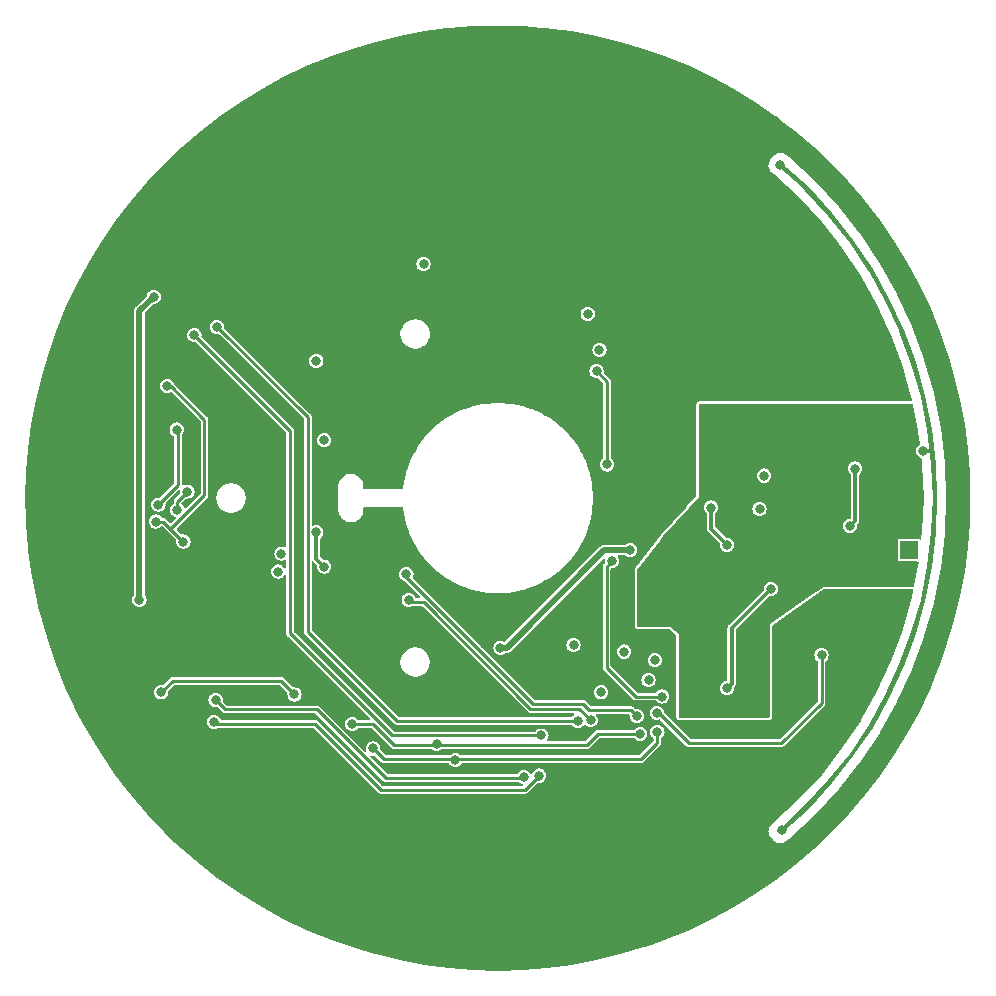
<source format=gbr>
%TF.GenerationSoftware,KiCad,Pcbnew,7.0.5.1-1-g8f565ef7f0-dirty-deb11*%
%TF.CreationDate,2023-06-30T14:27:59+00:00*%
%TF.ProjectId,USTTHUNDERMILLPCB01,55535454-4855-44e4-9445-524d494c4c50,rev?*%
%TF.SameCoordinates,Original*%
%TF.FileFunction,Copper,L2,Inr*%
%TF.FilePolarity,Positive*%
%FSLAX46Y46*%
G04 Gerber Fmt 4.6, Leading zero omitted, Abs format (unit mm)*
G04 Created by KiCad (PCBNEW 7.0.5.1-1-g8f565ef7f0-dirty-deb11) date 2023-06-30 14:27:59*
%MOMM*%
%LPD*%
G01*
G04 APERTURE LIST*
%TA.AperFunction,ComponentPad*%
%ADD10R,1.524000X1.524000*%
%TD*%
%TA.AperFunction,ViaPad*%
%ADD11C,0.800000*%
%TD*%
%TA.AperFunction,Conductor*%
%ADD12C,0.500000*%
%TD*%
%TA.AperFunction,Conductor*%
%ADD13C,0.300000*%
%TD*%
%TA.AperFunction,Conductor*%
%ADD14C,0.250000*%
%TD*%
G04 APERTURE END LIST*
D10*
%TO.N,Net-(JP5-B)*%
%TO.C,J3*%
X34800000Y-4400000D03*
%TD*%
D11*
%TO.N,GNDA*%
X18650000Y-6400000D03*
X30900000Y-4800000D03*
X34400000Y-6650000D03*
X26150000Y-7600000D03*
X34450000Y6300000D03*
X34000000Y2650000D03*
X20800000Y-15500000D03*
X22300000Y-14450000D03*
X22550000Y-17700000D03*
X22300000Y-11500000D03*
X14000000Y-4900000D03*
X29400000Y5000000D03*
X25300000Y-1150000D03*
X16100000Y-7100000D03*
X26400000Y3500000D03*
%TO.N,+5V*%
X-6300000Y19800000D03*
X-30359000Y-8600000D03*
X-29150000Y17050000D03*
%TO.N,+3V3*%
X8750000Y-16450000D03*
X-15375500Y-2897131D03*
X-14700000Y-5800000D03*
X11200000Y-4400000D03*
X217500Y-12667500D03*
%TO.N,/CPU/RST#_P*%
X13282596Y-13717404D03*
%TO.N,/CPU/PB6*%
X6400000Y-12450500D03*
%TO.N,/CPU/PB7*%
X10700000Y-13000000D03*
%TO.N,/CPU/PB5*%
X12750000Y-15400000D03*
%TO.N,/CPU/TIMEPULSE*%
X-7556958Y-8610980D03*
X7850000Y-18800000D03*
%TO.N,Net-(R8-Pad2)*%
X-18607259Y-6221663D03*
%TO.N,Net-(R9-Pad2)*%
X-15375500Y11600000D03*
%TO.N,/CPU/PC1*%
X-10550000Y-21200000D03*
X-28750000Y-550000D03*
X13500000Y-19800000D03*
X-27200000Y5800000D03*
X-3601511Y-22198489D03*
%TO.N,/CPU/PC0*%
X12050800Y-19950800D03*
X-26628972Y-3678972D03*
X-5200000Y-20824500D03*
X-28962000Y-1988000D03*
X-28000000Y9500000D03*
X-12325000Y-19133000D03*
%TO.N,/CPU/RX0*%
X-23900000Y-17100000D03*
X2200000Y-23600000D03*
%TO.N,/CPU/TX0*%
X-24050000Y-18950000D03*
X3500000Y-23500000D03*
%TO.N,/CPU/TX1*%
X-23800000Y14500000D03*
X6764007Y-18861395D03*
%TO.N,/CPU/RX1*%
X-25700000Y13800000D03*
X3684019Y-20100000D03*
%TO.N,/CPU/BTN*%
X13460450Y-18175500D03*
X27400000Y-13300000D03*
%TO.N,/CPU/GEO_STAT*%
X-27137754Y-1013156D03*
X-26295000Y552000D03*
%TO.N,STATOR*%
X36000000Y3999502D03*
X23920800Y28238000D03*
X24010000Y-28130000D03*
%TO.N,PA1*%
X22550000Y1900000D03*
X22150000Y-950000D03*
%TO.N,COUNT_2*%
X-7750000Y-6450000D03*
X11750000Y-18450000D03*
%TO.N,Net-(JP1-B)*%
X-28500000Y-16450000D03*
X-17224500Y-16624500D03*
%TO.N,Net-(R27-Pad2)*%
X7600000Y15600000D03*
%TO.N,Net-(R10-Pad2)*%
X-18324500Y-4700000D03*
%TO.N,Net-(R11-Pad2)*%
X-14700000Y4900000D03*
%TO.N,Net-(R28-Pad2)*%
X8600000Y12550000D03*
%TO.N,COUNT_3*%
X9650000Y-5350000D03*
X13900000Y-16800000D03*
X8350000Y10750000D03*
X9250000Y2850000D03*
%TO.N,+3.3VA*%
X30250000Y2500000D03*
X19400000Y-3950000D03*
X29800000Y-2350000D03*
X18050000Y-800000D03*
X19400000Y-16100000D03*
X23100000Y-7700000D03*
%TO.N,GND*%
X-200000Y-10550000D03*
X13750000Y-2150000D03*
X-27650000Y-7600000D03*
X-21088000Y-3258000D03*
X-2250000Y23500000D03*
X-9800000Y21850000D03*
X-2350000Y-10700000D03*
X14950000Y18550000D03*
X-34550000Y-17350000D03*
X8550000Y-2800000D03*
X-38900000Y800000D03*
X-4400000Y-22900000D03*
X-29100000Y-25350000D03*
X6550000Y-15800000D03*
X1750000Y16050000D03*
X750000Y24000000D03*
X-11700000Y3000000D03*
X7800000Y22350000D03*
X38900000Y0D03*
X-9600000Y-1400000D03*
X-8500000Y1700000D03*
X-13950000Y-7450000D03*
X-8500000Y-1400000D03*
X-37300000Y-4700000D03*
X-35600000Y12750000D03*
X-37300000Y-7250000D03*
X-11700000Y-2650000D03*
X-13550000Y20000000D03*
X-13100000Y3000000D03*
X-3550000Y14650000D03*
X9250000Y-18900000D03*
X11800000Y6400000D03*
X23600000Y-19300000D03*
X-4550000Y-7800000D03*
X11300000Y20900000D03*
X-37350000Y5200000D03*
X4500000Y23100000D03*
X26600000Y-22100000D03*
X10950000Y4500000D03*
X8884000Y-210000D03*
X-10650000Y-1400000D03*
X29350000Y25450000D03*
X-14300000Y0D03*
X29800000Y-9650000D03*
X-12500000Y-13250000D03*
X-31350000Y21700000D03*
X-36500000Y-11400000D03*
X-29100000Y24700000D03*
X36350000Y-14400000D03*
X25350000Y20450000D03*
X-32700000Y19250000D03*
X-13100000Y-2650000D03*
X-37350000Y7800000D03*
X-14300000Y1350000D03*
X-36800000Y10250000D03*
X-14300000Y-1300000D03*
X-35200000Y-13700000D03*
X-7050000Y22900000D03*
X-6200000Y-22900000D03*
X-10650000Y1700000D03*
X11950000Y-3300000D03*
X-23650000Y19100000D03*
X8200000Y7500000D03*
X7700000Y4500000D03*
X3900000Y8150000D03*
X-31850000Y-20250000D03*
X29250000Y-25000000D03*
X-9650000Y1700000D03*
X11950000Y-1250000D03*
X36100000Y14950000D03*
X-26150000Y21950000D03*
X-30700000Y-22500000D03*
%TD*%
D12*
%TO.N,+5V*%
X-30359000Y-8600000D02*
X-30359000Y15841000D01*
X-30359000Y15841000D02*
X-29150000Y17050000D01*
%TO.N,+3V3*%
X217500Y-12667500D02*
X732500Y-12667500D01*
X9000000Y-4400000D02*
X11200000Y-4400000D01*
D13*
X-15375500Y-2897131D02*
X-15375500Y-5124500D01*
X-15375500Y-5124500D02*
X-14700000Y-5800000D01*
D12*
X732500Y-12667500D02*
X9000000Y-4400000D01*
D14*
%TO.N,/CPU/TIMEPULSE*%
X-7367938Y-8800000D02*
X-7556958Y-8610980D01*
X2750000Y-17850000D02*
X-6300000Y-8800000D01*
X7850000Y-18800000D02*
X6900000Y-17850000D01*
X6900000Y-17850000D02*
X2750000Y-17850000D01*
X-6300000Y-8800000D02*
X-7367938Y-8800000D01*
%TO.N,/CPU/PC1*%
X-27064068Y5664068D02*
X-27064068Y1135932D01*
X-9650000Y-22100000D02*
X-10550000Y-21200000D01*
X-27064068Y1135932D02*
X-28643863Y-443863D01*
X13500000Y-19800000D02*
X13500000Y-20700000D01*
X13500000Y-20700000D02*
X12100000Y-22100000D01*
X-27200000Y5800000D02*
X-27064068Y5664068D01*
X12100000Y-22100000D02*
X-9650000Y-22100000D01*
%TO.N,/CPU/PC0*%
X-27700000Y9500000D02*
X-24850000Y6650000D01*
X-28000000Y9500000D02*
X-27700000Y9500000D01*
X-28319944Y-1988000D02*
X-26628972Y-3678972D01*
X8473700Y-19950800D02*
X7513500Y-20911000D01*
X-28962000Y-1988000D02*
X-28362000Y-1988000D01*
X-24850000Y250000D02*
X-27653972Y-2553972D01*
X-10547000Y-19133000D02*
X-12325000Y-19133000D01*
X-8769000Y-20911000D02*
X-10547000Y-19133000D01*
X-24850000Y6650000D02*
X-24850000Y250000D01*
X7513500Y-20911000D02*
X-8769000Y-20911000D01*
X12050800Y-19950800D02*
X8473700Y-19950800D01*
%TO.N,/CPU/RX0*%
X-15300000Y-17900000D02*
X-23100000Y-17900000D01*
X-23100000Y-17900000D02*
X-23900000Y-17100000D01*
X2200000Y-23600000D02*
X2095000Y-23705000D01*
X-9495000Y-23705000D02*
X-15300000Y-17900000D01*
X2095000Y-23705000D02*
X-9495000Y-23705000D01*
%TO.N,/CPU/TX0*%
X-15475000Y-19125000D02*
X-23875000Y-19125000D01*
X-23875000Y-19125000D02*
X-24050000Y-18950000D01*
X-9900000Y-24700000D02*
X-15475000Y-19125000D01*
X3500000Y-23500000D02*
X2300000Y-24700000D01*
X2300000Y-24700000D02*
X-9900000Y-24700000D01*
%TO.N,/CPU/TX1*%
X-23750000Y14500000D02*
X-23800000Y14500000D01*
X6764007Y-18861395D02*
X6752612Y-18850000D01*
X-16100000Y-11300000D02*
X-16100000Y6850000D01*
X6752612Y-18850000D02*
X-8550000Y-18850000D01*
X-16100000Y6850000D02*
X-23750000Y14500000D01*
X-8550000Y-18850000D02*
X-16100000Y-11300000D01*
%TO.N,/CPU/RX1*%
X-17600000Y-11443604D02*
X-8943604Y-20100000D01*
X-17600000Y5700000D02*
X-17600000Y-11443604D01*
X-25700000Y13800000D02*
X-17600000Y5700000D01*
X-8943604Y-20100000D02*
X3684019Y-20100000D01*
%TO.N,/CPU/BTN*%
X13625500Y-18175500D02*
X16200000Y-20750000D01*
X27400000Y-17350000D02*
X27400000Y-13300000D01*
X24000000Y-20750000D02*
X27400000Y-17350000D01*
X16200000Y-20750000D02*
X24000000Y-20750000D01*
X13460450Y-18175500D02*
X13625500Y-18175500D01*
%TO.N,/CPU/GEO_STAT*%
X-27137754Y-290754D02*
X-26295000Y552000D01*
X-27137754Y-1013156D02*
X-27137754Y-290754D01*
D13*
%TO.N,STATOR*%
X36600498Y3999502D02*
X36000000Y3999502D01*
D12*
X23920800Y28238000D02*
X23962000Y28238000D01*
D14*
%TO.N,COUNT_2*%
X11253000Y-17953000D02*
X7753000Y-17953000D01*
X11750000Y-18450000D02*
X11253000Y-17953000D01*
X7753000Y-17953000D02*
X7200000Y-17400000D01*
X7200000Y-17400000D02*
X2950695Y-17400000D01*
X2950695Y-17400000D02*
X-7750000Y-6699305D01*
X-7750000Y-6699305D02*
X-7750000Y-6450000D01*
%TO.N,Net-(JP1-B)*%
X-27550000Y-15500000D02*
X-28500000Y-16450000D01*
X-18349000Y-15500000D02*
X-27550000Y-15500000D01*
X-17224500Y-16624500D02*
X-18349000Y-15500000D01*
%TO.N,COUNT_3*%
X8350000Y10750000D02*
X9250000Y9850000D01*
X9250000Y9850000D02*
X9250000Y2850000D01*
X9200000Y-14350000D02*
X9200000Y-5800000D01*
X13900000Y-16800000D02*
X11650000Y-16800000D01*
X9200000Y-5800000D02*
X9650000Y-5350000D01*
X11650000Y-16800000D02*
X9200000Y-14350000D01*
D13*
%TO.N,+3.3VA*%
X30250000Y-1900000D02*
X29800000Y-2350000D01*
X30250000Y2500000D02*
X30250000Y-1900000D01*
X18050000Y-2600000D02*
X19400000Y-3950000D01*
X19777187Y-15722813D02*
X19777187Y-11022813D01*
X18050000Y-800000D02*
X18050000Y-2600000D01*
X19400000Y-16100000D02*
X19777187Y-15722813D01*
X19777187Y-11022813D02*
X23100000Y-7700000D01*
%TD*%
%TA.AperFunction,Conductor*%
%TO.N,GNDA*%
G36*
X35107357Y7981093D02*
G01*
X35143321Y7931593D01*
X35146264Y7920313D01*
X35599747Y5640414D01*
X35600355Y5636575D01*
X35722535Y4604498D01*
X35710600Y4544488D01*
X35684490Y4514317D01*
X35571719Y4427785D01*
X35571713Y4427779D01*
X35475462Y4302342D01*
X35475462Y4302341D01*
X35414957Y4156269D01*
X35414955Y4156261D01*
X35394318Y3999503D01*
X35394318Y3999502D01*
X35414955Y3842744D01*
X35414957Y3842736D01*
X35475462Y3696664D01*
X35475462Y3696663D01*
X35475464Y3696661D01*
X35571718Y3571220D01*
X35697159Y3474966D01*
X35697160Y3474966D01*
X35697161Y3474965D01*
X35810849Y3427874D01*
X35857375Y3388138D01*
X35871277Y3348049D01*
X35932616Y2829913D01*
X35932921Y2826035D01*
X36043843Y1948D01*
X36043843Y-1938D01*
X35932921Y-2826025D01*
X35932616Y-2829903D01*
X35862242Y-3424359D01*
X35836625Y-3479923D01*
X35783240Y-3509818D01*
X35722479Y-3502625D01*
X35708927Y-3495035D01*
X35706547Y-3493445D01*
X35686311Y-3479923D01*
X35640233Y-3449134D01*
X35640231Y-3449133D01*
X35640228Y-3449132D01*
X35640227Y-3449132D01*
X35581758Y-3437501D01*
X35581748Y-3437500D01*
X34018252Y-3437500D01*
X34018251Y-3437500D01*
X34018241Y-3437501D01*
X33959772Y-3449132D01*
X33959766Y-3449134D01*
X33893451Y-3493445D01*
X33893445Y-3493451D01*
X33849134Y-3559766D01*
X33849132Y-3559772D01*
X33837501Y-3618241D01*
X33837500Y-3618253D01*
X33837500Y-5181746D01*
X33837501Y-5181758D01*
X33849132Y-5240227D01*
X33849133Y-5240231D01*
X33893448Y-5306552D01*
X33959769Y-5350867D01*
X34004231Y-5359711D01*
X34018241Y-5362498D01*
X34018246Y-5362498D01*
X34018252Y-5362500D01*
X34018253Y-5362500D01*
X35521388Y-5362500D01*
X35579579Y-5381407D01*
X35615543Y-5430907D01*
X35619701Y-5473139D01*
X35600353Y-5636578D01*
X35599745Y-5640417D01*
X35245715Y-7420313D01*
X35215819Y-7473697D01*
X35160254Y-7499314D01*
X35148617Y-7500000D01*
X27600000Y-7500000D01*
X26441834Y-8305681D01*
X23000000Y-10699999D01*
X23000000Y-18501000D01*
X22981093Y-18559191D01*
X22931593Y-18595155D01*
X22901000Y-18600000D01*
X15399000Y-18600000D01*
X15340809Y-18581093D01*
X15304845Y-18531593D01*
X15300000Y-18501000D01*
X15300000Y-16100000D01*
X18794318Y-16100000D01*
X18814955Y-16256758D01*
X18814957Y-16256766D01*
X18875462Y-16402838D01*
X18875462Y-16402839D01*
X18971713Y-16528276D01*
X18971718Y-16528282D01*
X19097159Y-16624536D01*
X19097160Y-16624536D01*
X19097161Y-16624537D01*
X19243233Y-16685042D01*
X19243238Y-16685044D01*
X19360809Y-16700522D01*
X19399999Y-16705682D01*
X19400000Y-16705682D01*
X19400001Y-16705682D01*
X19431352Y-16701554D01*
X19556762Y-16685044D01*
X19702841Y-16624536D01*
X19828282Y-16528282D01*
X19924536Y-16402841D01*
X19985044Y-16256762D01*
X20005682Y-16100000D01*
X19999813Y-16055425D01*
X20010962Y-15995268D01*
X20019830Y-15981713D01*
X20038530Y-15957685D01*
X20042584Y-15953097D01*
X20045562Y-15950120D01*
X20057649Y-15933188D01*
X20058838Y-15931593D01*
X20089704Y-15891939D01*
X20089705Y-15891933D01*
X20093210Y-15885458D01*
X20096424Y-15878884D01*
X20096424Y-15878882D01*
X20096427Y-15878879D01*
X20110766Y-15830712D01*
X20111375Y-15828814D01*
X20111558Y-15828282D01*
X20127687Y-15781301D01*
X20127687Y-15781296D01*
X20128894Y-15774067D01*
X20129802Y-15766772D01*
X20129804Y-15766767D01*
X20127728Y-15716579D01*
X20127687Y-15714568D01*
X20127687Y-11209002D01*
X20146594Y-11150811D01*
X20156677Y-11139004D01*
X22968276Y-8327404D01*
X23022791Y-8299629D01*
X23051197Y-8299257D01*
X23100000Y-8305682D01*
X23256762Y-8285044D01*
X23402841Y-8224536D01*
X23528282Y-8128282D01*
X23624536Y-8002841D01*
X23685044Y-7856762D01*
X23705682Y-7700000D01*
X23685044Y-7543238D01*
X23624537Y-7397161D01*
X23624537Y-7397160D01*
X23528286Y-7271723D01*
X23528285Y-7271722D01*
X23528282Y-7271718D01*
X23528277Y-7271714D01*
X23528276Y-7271713D01*
X23402838Y-7175462D01*
X23256766Y-7114957D01*
X23256758Y-7114955D01*
X23100001Y-7094318D01*
X23099999Y-7094318D01*
X22943241Y-7114955D01*
X22943233Y-7114957D01*
X22797161Y-7175462D01*
X22797160Y-7175462D01*
X22671723Y-7271713D01*
X22671713Y-7271723D01*
X22575462Y-7397160D01*
X22575462Y-7397161D01*
X22514957Y-7543233D01*
X22514955Y-7543241D01*
X22494318Y-7699999D01*
X22494318Y-7700002D01*
X22500741Y-7748800D01*
X22489590Y-7808961D01*
X22472592Y-7831724D01*
X19562305Y-10742011D01*
X19546452Y-10754884D01*
X19536522Y-10761372D01*
X19536519Y-10761374D01*
X19515851Y-10787927D01*
X19511792Y-10792525D01*
X19508806Y-10795511D01*
X19496726Y-10812431D01*
X19495505Y-10814069D01*
X19464669Y-10853687D01*
X19461168Y-10860156D01*
X19457946Y-10866748D01*
X19443613Y-10914889D01*
X19442989Y-10916836D01*
X19426687Y-10964323D01*
X19425480Y-10971556D01*
X19424570Y-10978859D01*
X19426645Y-11029046D01*
X19426687Y-11031056D01*
X19426687Y-15403983D01*
X19407780Y-15462174D01*
X19358280Y-15498138D01*
X19340610Y-15502136D01*
X19243240Y-15514955D01*
X19243233Y-15514957D01*
X19097161Y-15575462D01*
X19097160Y-15575462D01*
X18971723Y-15671713D01*
X18971713Y-15671723D01*
X18875462Y-15797160D01*
X18875462Y-15797161D01*
X18814957Y-15943233D01*
X18814955Y-15943241D01*
X18794318Y-16099999D01*
X18794318Y-16100000D01*
X15300000Y-16100000D01*
X15300000Y-11499999D01*
X15299999Y-11499998D01*
X14600001Y-10900000D01*
X14600000Y-10900000D01*
X11899000Y-10900000D01*
X11840809Y-10881093D01*
X11804845Y-10831593D01*
X11800000Y-10801000D01*
X11800000Y-6034727D01*
X11818907Y-5976536D01*
X11821694Y-5972882D01*
X12090738Y-5636578D01*
X13705407Y-3618241D01*
X13999141Y-3251074D01*
X14000906Y-3248987D01*
X16194030Y-800000D01*
X17444318Y-800000D01*
X17464955Y-956758D01*
X17464957Y-956766D01*
X17525462Y-1102838D01*
X17525462Y-1102839D01*
X17621713Y-1228276D01*
X17621718Y-1228282D01*
X17653721Y-1252839D01*
X17660767Y-1258245D01*
X17695423Y-1308669D01*
X17699500Y-1336787D01*
X17699500Y-2553381D01*
X17697393Y-2573696D01*
X17694957Y-2585313D01*
X17699120Y-2618709D01*
X17699500Y-2624837D01*
X17699500Y-2629043D01*
X17702919Y-2649536D01*
X17703214Y-2651559D01*
X17709427Y-2701393D01*
X17711527Y-2708448D01*
X17713907Y-2715380D01*
X17737809Y-2759546D01*
X17738746Y-2761366D01*
X17760801Y-2806483D01*
X17765078Y-2812472D01*
X17769581Y-2818258D01*
X17806517Y-2852260D01*
X17807993Y-2853676D01*
X18772592Y-3818274D01*
X18800369Y-3872791D01*
X18800741Y-3901197D01*
X18794318Y-3949995D01*
X18794318Y-3950000D01*
X18814955Y-4106758D01*
X18814957Y-4106766D01*
X18875462Y-4252838D01*
X18875462Y-4252839D01*
X18875464Y-4252841D01*
X18971718Y-4378282D01*
X19097159Y-4474536D01*
X19243238Y-4535044D01*
X19360809Y-4550522D01*
X19399999Y-4555682D01*
X19400000Y-4555682D01*
X19400001Y-4555682D01*
X19431352Y-4551554D01*
X19556762Y-4535044D01*
X19702841Y-4474536D01*
X19828282Y-4378282D01*
X19924536Y-4252841D01*
X19985044Y-4106762D01*
X20005682Y-3950000D01*
X19985044Y-3793238D01*
X19924537Y-3647161D01*
X19924537Y-3647160D01*
X19828286Y-3521723D01*
X19828285Y-3521722D01*
X19828282Y-3521718D01*
X19828277Y-3521714D01*
X19828276Y-3521713D01*
X19718528Y-3437501D01*
X19702841Y-3425464D01*
X19702840Y-3425463D01*
X19702838Y-3425462D01*
X19556766Y-3364957D01*
X19556758Y-3364955D01*
X19400001Y-3344318D01*
X19399996Y-3344318D01*
X19351197Y-3350741D01*
X19291037Y-3339589D01*
X19268274Y-3322592D01*
X18429496Y-2483813D01*
X18401719Y-2429296D01*
X18400500Y-2413809D01*
X18400500Y-2350000D01*
X29194318Y-2350000D01*
X29214955Y-2506758D01*
X29214957Y-2506766D01*
X29275462Y-2652838D01*
X29275462Y-2652839D01*
X29371713Y-2778276D01*
X29371718Y-2778282D01*
X29497159Y-2874536D01*
X29643238Y-2935044D01*
X29760809Y-2950522D01*
X29799999Y-2955682D01*
X29800000Y-2955682D01*
X29800001Y-2955682D01*
X29831352Y-2951554D01*
X29956762Y-2935044D01*
X30102841Y-2874536D01*
X30228282Y-2778282D01*
X30324536Y-2652841D01*
X30385044Y-2506762D01*
X30405682Y-2350000D01*
X30399257Y-2301199D01*
X30410407Y-2241040D01*
X30427403Y-2218277D01*
X30464884Y-2180796D01*
X30480734Y-2167926D01*
X30490669Y-2161437D01*
X30511338Y-2134879D01*
X30515388Y-2130292D01*
X30518375Y-2127307D01*
X30530462Y-2110375D01*
X30531651Y-2108780D01*
X30562517Y-2069126D01*
X30562518Y-2069120D01*
X30566023Y-2062645D01*
X30569237Y-2056071D01*
X30569237Y-2056069D01*
X30569240Y-2056066D01*
X30583579Y-2007899D01*
X30584188Y-2006001D01*
X30600500Y-1958488D01*
X30600500Y-1958483D01*
X30601707Y-1951254D01*
X30602615Y-1943959D01*
X30602617Y-1943954D01*
X30600541Y-1893767D01*
X30600500Y-1891756D01*
X30600500Y1963213D01*
X30619407Y2021404D01*
X30639233Y2041755D01*
X30678282Y2071718D01*
X30774536Y2197159D01*
X30835044Y2343238D01*
X30855682Y2500000D01*
X30835044Y2656762D01*
X30774537Y2802839D01*
X30774537Y2802840D01*
X30678286Y2928277D01*
X30678285Y2928278D01*
X30678282Y2928282D01*
X30678277Y2928286D01*
X30678276Y2928287D01*
X30552838Y3024538D01*
X30406766Y3085043D01*
X30406758Y3085045D01*
X30250001Y3105682D01*
X30249999Y3105682D01*
X30093241Y3085045D01*
X30093233Y3085043D01*
X29947161Y3024538D01*
X29947160Y3024538D01*
X29821723Y2928287D01*
X29821713Y2928277D01*
X29725462Y2802840D01*
X29725462Y2802839D01*
X29664957Y2656767D01*
X29664955Y2656759D01*
X29644318Y2500001D01*
X29644318Y2500000D01*
X29664955Y2343242D01*
X29664957Y2343234D01*
X29725462Y2197162D01*
X29725462Y2197161D01*
X29821713Y2071724D01*
X29821718Y2071718D01*
X29821722Y2071715D01*
X29860767Y2041755D01*
X29895423Y1991331D01*
X29899500Y1963213D01*
X29899500Y-1645318D01*
X29880593Y-1703509D01*
X29831093Y-1739473D01*
X29806421Y-1743380D01*
X29806433Y-1743471D01*
X29802966Y-1743927D01*
X29800500Y-1744318D01*
X29799999Y-1744318D01*
X29643241Y-1764955D01*
X29643233Y-1764957D01*
X29497161Y-1825462D01*
X29497160Y-1825462D01*
X29371723Y-1921713D01*
X29371713Y-1921723D01*
X29275462Y-2047160D01*
X29275462Y-2047161D01*
X29214957Y-2193233D01*
X29214955Y-2193241D01*
X29194318Y-2349999D01*
X29194318Y-2350000D01*
X18400500Y-2350000D01*
X18400500Y-1336787D01*
X18419407Y-1278596D01*
X18439233Y-1258245D01*
X18446276Y-1252841D01*
X18478282Y-1228282D01*
X18574536Y-1102841D01*
X18635044Y-956762D01*
X18635934Y-950000D01*
X21544318Y-950000D01*
X21564955Y-1106758D01*
X21564957Y-1106766D01*
X21625462Y-1252838D01*
X21625462Y-1252839D01*
X21721713Y-1378276D01*
X21721718Y-1378282D01*
X21847159Y-1474536D01*
X21993238Y-1535044D01*
X22110809Y-1550522D01*
X22149999Y-1555682D01*
X22150000Y-1555682D01*
X22150001Y-1555682D01*
X22181352Y-1551554D01*
X22306762Y-1535044D01*
X22452841Y-1474536D01*
X22578282Y-1378282D01*
X22674536Y-1252841D01*
X22735044Y-1106762D01*
X22755682Y-950000D01*
X22735044Y-793238D01*
X22674537Y-647161D01*
X22674537Y-647160D01*
X22578286Y-521723D01*
X22578285Y-521722D01*
X22578282Y-521718D01*
X22578277Y-521714D01*
X22578276Y-521713D01*
X22452838Y-425462D01*
X22306766Y-364957D01*
X22306758Y-364955D01*
X22150001Y-344318D01*
X22149999Y-344318D01*
X21993241Y-364955D01*
X21993233Y-364957D01*
X21847161Y-425462D01*
X21847160Y-425462D01*
X21721723Y-521713D01*
X21721713Y-521723D01*
X21625462Y-647160D01*
X21625462Y-647161D01*
X21564957Y-793233D01*
X21564955Y-793241D01*
X21544318Y-949999D01*
X21544318Y-950000D01*
X18635934Y-950000D01*
X18655682Y-800000D01*
X18635044Y-643238D01*
X18574537Y-497161D01*
X18574537Y-497160D01*
X18478286Y-371723D01*
X18478285Y-371722D01*
X18478282Y-371718D01*
X18478277Y-371714D01*
X18478276Y-371713D01*
X18352838Y-275462D01*
X18206766Y-214957D01*
X18206758Y-214955D01*
X18050001Y-194318D01*
X18049999Y-194318D01*
X17893241Y-214955D01*
X17893233Y-214957D01*
X17747161Y-275462D01*
X17747160Y-275462D01*
X17621723Y-371713D01*
X17621713Y-371723D01*
X17525462Y-497160D01*
X17525462Y-497161D01*
X17464957Y-643233D01*
X17464955Y-643241D01*
X17444318Y-799999D01*
X17444318Y-800000D01*
X16194030Y-800000D01*
X17000000Y100000D01*
X17000000Y1900000D01*
X21944318Y1900000D01*
X21964955Y1743242D01*
X21964957Y1743234D01*
X22025462Y1597162D01*
X22025462Y1597161D01*
X22025464Y1597159D01*
X22121718Y1471718D01*
X22247159Y1375464D01*
X22393238Y1314956D01*
X22510809Y1299478D01*
X22549999Y1294318D01*
X22550000Y1294318D01*
X22550001Y1294318D01*
X22581352Y1298446D01*
X22706762Y1314956D01*
X22852841Y1375464D01*
X22978282Y1471718D01*
X23074536Y1597159D01*
X23135044Y1743238D01*
X23155682Y1900000D01*
X23135044Y2056762D01*
X23128847Y2071724D01*
X23074537Y2202839D01*
X23074537Y2202840D01*
X22978286Y2328277D01*
X22978285Y2328278D01*
X22978282Y2328282D01*
X22978277Y2328286D01*
X22978276Y2328287D01*
X22852838Y2424538D01*
X22706766Y2485043D01*
X22706758Y2485045D01*
X22550001Y2505682D01*
X22549999Y2505682D01*
X22393241Y2485045D01*
X22393233Y2485043D01*
X22247161Y2424538D01*
X22247160Y2424538D01*
X22121723Y2328287D01*
X22121713Y2328277D01*
X22025462Y2202840D01*
X22025462Y2202839D01*
X21964957Y2056767D01*
X21964955Y2056759D01*
X21944318Y1900001D01*
X21944318Y1900000D01*
X17000000Y1900000D01*
X17000000Y7901000D01*
X17018907Y7959191D01*
X17068407Y7995155D01*
X17099000Y8000000D01*
X35049166Y8000000D01*
X35107357Y7981093D01*
G37*
%TD.AperFunction*%
%TD*%
%TA.AperFunction,Conductor*%
%TO.N,GND*%
G36*
X1962942Y39948113D02*
G01*
X2092099Y39944731D01*
X2094676Y39944597D01*
X3760226Y39813521D01*
X4179784Y39780502D01*
X4182363Y39780231D01*
X4537171Y39733510D01*
X6256062Y39507165D01*
X6258553Y39506770D01*
X8315106Y39125641D01*
X8317620Y39125107D01*
X10351412Y38636817D01*
X10353896Y38636152D01*
X12359352Y38042175D01*
X12361743Y38041398D01*
X14333317Y37343158D01*
X14335674Y37342254D01*
X16268136Y36541822D01*
X16270443Y36540794D01*
X16270462Y36540785D01*
X18158209Y35640406D01*
X18160489Y35639245D01*
X19998612Y34641184D01*
X20000831Y34639903D01*
X21784242Y33547046D01*
X21786374Y33545661D01*
X23484749Y32378410D01*
X23510041Y32361027D01*
X23512129Y32359510D01*
X24251974Y31791779D01*
X25171463Y31086195D01*
X25173470Y31084570D01*
X26763897Y29726253D01*
X26765787Y29724550D01*
X28174684Y28387627D01*
X28283014Y28284831D01*
X28284847Y28282998D01*
X29650154Y26844190D01*
X29724541Y26765799D01*
X29726252Y26763900D01*
X30815773Y25488201D01*
X31084562Y25173481D01*
X31086192Y25171468D01*
X32359510Y23512132D01*
X32361034Y23510033D01*
X33190773Y22302743D01*
X33545639Y21786404D01*
X33545644Y21786398D01*
X33547056Y21784224D01*
X34639887Y20000854D01*
X34641182Y19998611D01*
X35639238Y18160515D01*
X35640415Y18158204D01*
X36540791Y16270455D01*
X36541830Y16268121D01*
X37342232Y14335730D01*
X37343160Y14333312D01*
X38041387Y12361769D01*
X38042186Y12359308D01*
X38177385Y11902839D01*
X38636152Y10353902D01*
X38636822Y10351400D01*
X39125105Y8317637D01*
X39125644Y8315101D01*
X39506765Y6258594D01*
X39507171Y6256036D01*
X39780232Y4182366D01*
X39780503Y4179787D01*
X39944604Y2094690D01*
X39944739Y2092101D01*
X39999466Y1301D01*
X39999466Y-1290D01*
X39944724Y-2092109D01*
X39944589Y-2094697D01*
X39780503Y-4179792D01*
X39780232Y-4182371D01*
X39507166Y-6256018D01*
X39506760Y-6258576D01*
X39125640Y-8315119D01*
X39125101Y-8317655D01*
X38636813Y-10351410D01*
X38636143Y-10353912D01*
X38458889Y-10952382D01*
X38061611Y-12293733D01*
X38042191Y-12359301D01*
X38041389Y-12361769D01*
X37343158Y-14333326D01*
X37342235Y-14335730D01*
X37103231Y-14912748D01*
X36541837Y-16268091D01*
X36540783Y-16270459D01*
X35640403Y-18158216D01*
X35639226Y-18160527D01*
X34641182Y-19998617D01*
X34639887Y-20000860D01*
X33547056Y-21784227D01*
X33545644Y-21786401D01*
X32361034Y-23510035D01*
X32359510Y-23512134D01*
X31086192Y-25171470D01*
X31084562Y-25173483D01*
X30138096Y-26281682D01*
X29726291Y-26763859D01*
X29726266Y-26763888D01*
X29724532Y-26765813D01*
X28284840Y-28283013D01*
X28283005Y-28284848D01*
X26765784Y-29724559D01*
X26763859Y-29726293D01*
X25173475Y-31084569D01*
X25171463Y-31086199D01*
X23512130Y-32359508D01*
X23510033Y-32361032D01*
X21786385Y-33545657D01*
X21784211Y-33547069D01*
X20000836Y-34639905D01*
X19998593Y-34641200D01*
X18160512Y-35639238D01*
X18158201Y-35640415D01*
X16270476Y-36540788D01*
X16268108Y-36541843D01*
X14335689Y-37342247D01*
X14333271Y-37343175D01*
X12789183Y-37890022D01*
X12361760Y-38041396D01*
X12359303Y-38042194D01*
X10353899Y-38636159D01*
X10351397Y-38636829D01*
X8317626Y-39125106D01*
X8315090Y-39125645D01*
X6258584Y-39506773D01*
X6256025Y-39507179D01*
X4182363Y-39780232D01*
X4179784Y-39780503D01*
X2094687Y-39944604D01*
X2092098Y-39944739D01*
X1295Y-39999466D01*
X-1296Y-39999466D01*
X-2092108Y-39944724D01*
X-2094696Y-39944589D01*
X-4179791Y-39780503D01*
X-4182370Y-39780232D01*
X-6256021Y-39507166D01*
X-6258578Y-39506760D01*
X-8315122Y-39125640D01*
X-8317658Y-39125101D01*
X-10351413Y-38636813D01*
X-10353915Y-38636143D01*
X-10448743Y-38608057D01*
X-12359335Y-38042181D01*
X-12361778Y-38041387D01*
X-14333318Y-37343160D01*
X-14335710Y-37342242D01*
X-16268095Y-36541836D01*
X-16270461Y-36540783D01*
X-18158219Y-35640403D01*
X-18160520Y-35639231D01*
X-19998615Y-34641183D01*
X-20000852Y-34639892D01*
X-21783869Y-33547277D01*
X-21784244Y-33547047D01*
X-21786394Y-33545650D01*
X-22260861Y-33219562D01*
X-23510038Y-32361034D01*
X-23512137Y-32359510D01*
X-23512140Y-32359508D01*
X-23806622Y-32133532D01*
X-25171473Y-31086192D01*
X-25173486Y-31084562D01*
X-26763917Y-29726242D01*
X-26765805Y-29724541D01*
X-27317630Y-29200906D01*
X-28283004Y-28284847D01*
X-28284837Y-28283014D01*
X-28284838Y-28283013D01*
X-29724564Y-26765780D01*
X-29726269Y-26763887D01*
X-31084575Y-25173470D01*
X-31086200Y-25171463D01*
X-31842897Y-24185367D01*
X-32359516Y-23512129D01*
X-32361033Y-23510041D01*
X-32406945Y-23443238D01*
X-33545672Y-21786366D01*
X-33547057Y-21784234D01*
X-34639909Y-20000835D01*
X-34641192Y-19998612D01*
X-35210566Y-18950000D01*
X-24655682Y-18950000D01*
X-24635045Y-19106758D01*
X-24635043Y-19106766D01*
X-24574538Y-19252838D01*
X-24574538Y-19252839D01*
X-24487894Y-19365756D01*
X-24478282Y-19378282D01*
X-24352841Y-19474536D01*
X-24352840Y-19474536D01*
X-24352839Y-19474537D01*
X-24206767Y-19535042D01*
X-24206762Y-19535044D01*
X-24089191Y-19550522D01*
X-24050001Y-19555682D01*
X-24050000Y-19555682D01*
X-24049999Y-19555682D01*
X-24018648Y-19551554D01*
X-23893238Y-19535044D01*
X-23747159Y-19474536D01*
X-23745882Y-19473555D01*
X-23742494Y-19470957D01*
X-23684818Y-19450534D01*
X-23682228Y-19450500D01*
X-15650834Y-19450500D01*
X-15592643Y-19469407D01*
X-15580830Y-19479496D01*
X-10141743Y-24918584D01*
X-10138825Y-24921769D01*
X-10112456Y-24953193D01*
X-10112455Y-24953194D01*
X-10076927Y-24973706D01*
X-10073288Y-24976025D01*
X-10039689Y-24999551D01*
X-10039687Y-24999552D01*
X-10039684Y-24999554D01*
X-10038233Y-24999942D01*
X-10014341Y-25009840D01*
X-10013814Y-25010143D01*
X-10013045Y-25010588D01*
X-9972649Y-25017710D01*
X-9968452Y-25018640D01*
X-9928807Y-25029264D01*
X-9887923Y-25025687D01*
X-9883623Y-25025500D01*
X2283626Y-25025500D01*
X2287926Y-25025687D01*
X2328807Y-25029264D01*
X2368452Y-25018640D01*
X2372650Y-25017710D01*
X2413045Y-25010588D01*
X2413047Y-25010587D01*
X2414345Y-25009838D01*
X2438236Y-24999942D01*
X2438464Y-24999880D01*
X2439684Y-24999554D01*
X2473303Y-24976012D01*
X2476911Y-24973714D01*
X2512455Y-24953194D01*
X2538838Y-24921750D01*
X2541726Y-24918598D01*
X3337034Y-24123290D01*
X3391549Y-24095515D01*
X3419952Y-24095143D01*
X3500000Y-24105682D01*
X3656762Y-24085044D01*
X3802841Y-24024536D01*
X3928282Y-23928282D01*
X4024536Y-23802841D01*
X4085044Y-23656762D01*
X4105682Y-23500000D01*
X4085044Y-23343238D01*
X4065958Y-23297160D01*
X4024537Y-23197161D01*
X4024537Y-23197160D01*
X3928286Y-23071723D01*
X3928285Y-23071722D01*
X3928282Y-23071718D01*
X3928277Y-23071714D01*
X3928276Y-23071713D01*
X3802838Y-22975462D01*
X3656766Y-22914957D01*
X3656758Y-22914955D01*
X3500001Y-22894318D01*
X3499999Y-22894318D01*
X3343241Y-22914955D01*
X3343233Y-22914957D01*
X3197161Y-22975462D01*
X3197160Y-22975462D01*
X3071723Y-23071713D01*
X3071713Y-23071723D01*
X2975463Y-23197160D01*
X2920753Y-23329242D01*
X2881016Y-23375767D01*
X2821521Y-23390051D01*
X2764994Y-23366636D01*
X2737825Y-23329241D01*
X2724537Y-23297161D01*
X2724537Y-23297160D01*
X2628286Y-23171723D01*
X2628285Y-23171722D01*
X2628282Y-23171718D01*
X2628277Y-23171714D01*
X2628276Y-23171713D01*
X2502838Y-23075462D01*
X2356766Y-23014957D01*
X2356758Y-23014955D01*
X2200001Y-22994318D01*
X2199999Y-22994318D01*
X2043241Y-23014955D01*
X2043233Y-23014957D01*
X1897161Y-23075462D01*
X1897160Y-23075462D01*
X1771723Y-23171713D01*
X1771713Y-23171723D01*
X1675463Y-23297160D01*
X1666671Y-23318386D01*
X1626934Y-23364912D01*
X1575207Y-23379500D01*
X-9319166Y-23379500D01*
X-9377357Y-23360593D01*
X-9389170Y-23350504D01*
X-10785986Y-21953688D01*
X-10813763Y-21899171D01*
X-10804192Y-21838739D01*
X-10760927Y-21795474D01*
X-10703062Y-21785531D01*
X-10550000Y-21805682D01*
X-10469959Y-21795143D01*
X-10409801Y-21806292D01*
X-10387034Y-21823292D01*
X-9891732Y-22318596D01*
X-9888813Y-22321782D01*
X-9862455Y-22353194D01*
X-9826926Y-22373707D01*
X-9823291Y-22376022D01*
X-9789684Y-22399554D01*
X-9788233Y-22399942D01*
X-9764341Y-22409840D01*
X-9763046Y-22410588D01*
X-9754146Y-22412157D01*
X-9722635Y-22417713D01*
X-9718456Y-22418638D01*
X-9678807Y-22429263D01*
X-9637935Y-22425687D01*
X-9633635Y-22425500D01*
X-4223607Y-22425500D01*
X-4165416Y-22444407D01*
X-4132144Y-22486612D01*
X-4126047Y-22501330D01*
X-4029793Y-22626771D01*
X-3904352Y-22723025D01*
X-3758273Y-22783533D01*
X-3640702Y-22799011D01*
X-3601512Y-22804171D01*
X-3601511Y-22804171D01*
X-3601510Y-22804171D01*
X-3570159Y-22800043D01*
X-3444749Y-22783533D01*
X-3298670Y-22723025D01*
X-3173229Y-22626771D01*
X-3076975Y-22501330D01*
X-3070879Y-22486612D01*
X-3031142Y-22440088D01*
X-2979415Y-22425500D01*
X12083626Y-22425500D01*
X12087926Y-22425687D01*
X12128807Y-22429264D01*
X12168452Y-22418640D01*
X12172650Y-22417710D01*
X12213045Y-22410588D01*
X12214345Y-22409838D01*
X12238236Y-22399942D01*
X12238464Y-22399880D01*
X12239684Y-22399554D01*
X12273303Y-22376012D01*
X12276911Y-22373714D01*
X12312455Y-22353194D01*
X12338838Y-22321750D01*
X12341729Y-22318596D01*
X13718582Y-20941741D01*
X13721760Y-20938829D01*
X13753194Y-20912455D01*
X13773714Y-20876911D01*
X13776012Y-20873303D01*
X13799554Y-20839684D01*
X13799941Y-20838236D01*
X13809838Y-20814345D01*
X13810588Y-20813045D01*
X13817709Y-20772656D01*
X13818640Y-20768452D01*
X13829264Y-20728807D01*
X13825687Y-20687927D01*
X13825500Y-20683625D01*
X13825500Y-20355970D01*
X13844407Y-20297779D01*
X13864233Y-20277428D01*
X13865703Y-20276300D01*
X13928282Y-20228282D01*
X14024536Y-20102841D01*
X14085044Y-19956762D01*
X14105682Y-19800000D01*
X14104897Y-19794041D01*
X14099836Y-19755593D01*
X14085044Y-19643238D01*
X14080685Y-19632714D01*
X14024537Y-19497161D01*
X14024537Y-19497160D01*
X13928286Y-19371723D01*
X13928285Y-19371722D01*
X13928282Y-19371718D01*
X13928277Y-19371714D01*
X13928276Y-19371713D01*
X13821480Y-19289766D01*
X13802841Y-19275464D01*
X13802840Y-19275463D01*
X13802838Y-19275462D01*
X13656766Y-19214957D01*
X13656758Y-19214955D01*
X13500001Y-19194318D01*
X13499999Y-19194318D01*
X13343241Y-19214955D01*
X13343233Y-19214957D01*
X13197161Y-19275462D01*
X13197160Y-19275462D01*
X13071723Y-19371713D01*
X13071713Y-19371723D01*
X12975462Y-19497160D01*
X12975462Y-19497161D01*
X12914957Y-19643233D01*
X12914955Y-19643241D01*
X12894318Y-19799999D01*
X12894318Y-19800000D01*
X12914955Y-19956758D01*
X12914957Y-19956766D01*
X12975462Y-20102838D01*
X12975462Y-20102839D01*
X13071713Y-20228276D01*
X13071718Y-20228282D01*
X13108839Y-20256766D01*
X13135767Y-20277428D01*
X13170423Y-20327852D01*
X13174500Y-20355970D01*
X13174500Y-20524165D01*
X13155593Y-20582356D01*
X13145504Y-20594169D01*
X11994170Y-21745504D01*
X11939653Y-21773281D01*
X11924166Y-21774500D01*
X-3134028Y-21774500D01*
X-3192219Y-21755593D01*
X-3194295Y-21754042D01*
X-3298673Y-21673951D01*
X-3444745Y-21613446D01*
X-3444753Y-21613444D01*
X-3601510Y-21592807D01*
X-3601512Y-21592807D01*
X-3758270Y-21613444D01*
X-3758278Y-21613446D01*
X-3904350Y-21673951D01*
X-3904351Y-21673951D01*
X-4008727Y-21754042D01*
X-4066403Y-21774466D01*
X-4068994Y-21774500D01*
X-9474166Y-21774500D01*
X-9532357Y-21755593D01*
X-9544169Y-21745504D01*
X-9926707Y-21362967D01*
X-9954485Y-21308450D01*
X-9954857Y-21280046D01*
X-9944318Y-21200000D01*
X-9964956Y-21043238D01*
X-9995247Y-20970110D01*
X-10025463Y-20897161D01*
X-10025463Y-20897160D01*
X-10121714Y-20771723D01*
X-10121715Y-20771722D01*
X-10121718Y-20771718D01*
X-10121723Y-20771714D01*
X-10121724Y-20771713D01*
X-10192896Y-20717101D01*
X-10247159Y-20675464D01*
X-10247160Y-20675463D01*
X-10247162Y-20675462D01*
X-10393234Y-20614957D01*
X-10393242Y-20614955D01*
X-10549999Y-20594318D01*
X-10550001Y-20594318D01*
X-10706759Y-20614955D01*
X-10706767Y-20614957D01*
X-10852839Y-20675462D01*
X-10852840Y-20675462D01*
X-10978277Y-20771713D01*
X-10978287Y-20771723D01*
X-11074538Y-20897160D01*
X-11074538Y-20897161D01*
X-11135043Y-21043233D01*
X-11135045Y-21043241D01*
X-11155682Y-21199999D01*
X-11155682Y-21200000D01*
X-11135532Y-21353059D01*
X-11146682Y-21413220D01*
X-11191065Y-21455337D01*
X-11251727Y-21463323D01*
X-11303689Y-21435985D01*
X-15058259Y-17681414D01*
X-15061178Y-17678229D01*
X-15087544Y-17646806D01*
X-15110182Y-17633736D01*
X-15123082Y-17626288D01*
X-15126712Y-17623975D01*
X-15160316Y-17600446D01*
X-15160321Y-17600443D01*
X-15161776Y-17600054D01*
X-15185652Y-17590164D01*
X-15186955Y-17589411D01*
X-15227348Y-17582289D01*
X-15231564Y-17581354D01*
X-15257847Y-17574312D01*
X-15271193Y-17570736D01*
X-15271194Y-17570736D01*
X-15275619Y-17571123D01*
X-15312074Y-17574312D01*
X-15316374Y-17574500D01*
X-22924166Y-17574500D01*
X-22982357Y-17555593D01*
X-22994170Y-17545504D01*
X-23276708Y-17262966D01*
X-23304485Y-17208449D01*
X-23304857Y-17180046D01*
X-23294318Y-17100000D01*
X-23314956Y-16943238D01*
X-23374287Y-16800000D01*
X-23375463Y-16797161D01*
X-23375463Y-16797160D01*
X-23471714Y-16671723D01*
X-23471715Y-16671722D01*
X-23471718Y-16671718D01*
X-23471723Y-16671714D01*
X-23471724Y-16671713D01*
X-23597162Y-16575462D01*
X-23743234Y-16514957D01*
X-23743242Y-16514955D01*
X-23899999Y-16494318D01*
X-23900001Y-16494318D01*
X-24056759Y-16514955D01*
X-24056767Y-16514957D01*
X-24202839Y-16575462D01*
X-24202840Y-16575462D01*
X-24328277Y-16671713D01*
X-24328287Y-16671723D01*
X-24424538Y-16797160D01*
X-24424538Y-16797161D01*
X-24485043Y-16943233D01*
X-24485045Y-16943241D01*
X-24505682Y-17099999D01*
X-24505682Y-17100000D01*
X-24485045Y-17256758D01*
X-24485043Y-17256766D01*
X-24424538Y-17402838D01*
X-24424538Y-17402839D01*
X-24328287Y-17528276D01*
X-24328282Y-17528282D01*
X-24202841Y-17624536D01*
X-24202840Y-17624536D01*
X-24202839Y-17624537D01*
X-24133046Y-17653446D01*
X-24056762Y-17685044D01*
X-23900000Y-17705682D01*
X-23819959Y-17695143D01*
X-23759801Y-17706292D01*
X-23737034Y-17723292D01*
X-23341743Y-18118584D01*
X-23338825Y-18121769D01*
X-23315185Y-18149941D01*
X-23312455Y-18153194D01*
X-23276927Y-18173706D01*
X-23273288Y-18176025D01*
X-23239689Y-18199551D01*
X-23239687Y-18199552D01*
X-23239684Y-18199554D01*
X-23238233Y-18199942D01*
X-23214341Y-18209840D01*
X-23213814Y-18210143D01*
X-23213045Y-18210588D01*
X-23172649Y-18217710D01*
X-23168452Y-18218640D01*
X-23128807Y-18229264D01*
X-23087923Y-18225687D01*
X-23083623Y-18225500D01*
X-15475834Y-18225500D01*
X-15417643Y-18244407D01*
X-15405830Y-18254496D01*
X-9736743Y-23923584D01*
X-9733825Y-23926769D01*
X-9707456Y-23958193D01*
X-9707455Y-23958194D01*
X-9671927Y-23978706D01*
X-9668288Y-23981025D01*
X-9634689Y-24004551D01*
X-9634687Y-24004552D01*
X-9634684Y-24004554D01*
X-9633233Y-24004942D01*
X-9609341Y-24014840D01*
X-9608814Y-24015143D01*
X-9608045Y-24015588D01*
X-9567649Y-24022710D01*
X-9563452Y-24023640D01*
X-9523807Y-24034264D01*
X-9482923Y-24030687D01*
X-9478623Y-24030500D01*
X1741003Y-24030500D01*
X1799194Y-24049407D01*
X1801247Y-24050940D01*
X1897159Y-24124536D01*
X1897160Y-24124536D01*
X1897161Y-24124537D01*
X2040804Y-24184036D01*
X2087330Y-24223772D01*
X2101614Y-24283267D01*
X2078199Y-24339795D01*
X2026030Y-24371765D01*
X2002919Y-24374500D01*
X-9724166Y-24374500D01*
X-9782357Y-24355593D01*
X-9794170Y-24345504D01*
X-15233259Y-18906414D01*
X-15236178Y-18903229D01*
X-15262544Y-18871806D01*
X-15285182Y-18858736D01*
X-15298082Y-18851288D01*
X-15301712Y-18848975D01*
X-15335316Y-18825446D01*
X-15335321Y-18825443D01*
X-15336776Y-18825054D01*
X-15360652Y-18815164D01*
X-15361955Y-18814411D01*
X-15402348Y-18807289D01*
X-15406564Y-18806354D01*
X-15437277Y-18798125D01*
X-15446193Y-18795736D01*
X-15446194Y-18795736D01*
X-15450619Y-18796123D01*
X-15487074Y-18799312D01*
X-15491374Y-18799500D01*
X-23396212Y-18799500D01*
X-23454403Y-18780593D01*
X-23487676Y-18738386D01*
X-23507936Y-18689476D01*
X-23525464Y-18647159D01*
X-23604819Y-18543742D01*
X-23621714Y-18521723D01*
X-23621715Y-18521722D01*
X-23621718Y-18521718D01*
X-23621723Y-18521714D01*
X-23621724Y-18521713D01*
X-23715186Y-18449998D01*
X-23747159Y-18425464D01*
X-23747160Y-18425463D01*
X-23747162Y-18425462D01*
X-23893234Y-18364957D01*
X-23893242Y-18364955D01*
X-24049999Y-18344318D01*
X-24050001Y-18344318D01*
X-24206759Y-18364955D01*
X-24206767Y-18364957D01*
X-24352839Y-18425462D01*
X-24352840Y-18425462D01*
X-24478277Y-18521713D01*
X-24478287Y-18521723D01*
X-24574538Y-18647160D01*
X-24574538Y-18647161D01*
X-24635043Y-18793233D01*
X-24635045Y-18793241D01*
X-24655682Y-18949999D01*
X-24655682Y-18950000D01*
X-35210566Y-18950000D01*
X-35639250Y-18160496D01*
X-35640414Y-18158209D01*
X-36145137Y-17100000D01*
X-36455161Y-16450000D01*
X-29105682Y-16450000D01*
X-29085045Y-16606758D01*
X-29085043Y-16606766D01*
X-29024538Y-16752838D01*
X-29024538Y-16752839D01*
X-28988350Y-16800000D01*
X-28928282Y-16878282D01*
X-28802841Y-16974536D01*
X-28802840Y-16974536D01*
X-28802839Y-16974537D01*
X-28688779Y-17021782D01*
X-28656762Y-17035044D01*
X-28539191Y-17050522D01*
X-28500001Y-17055682D01*
X-28500000Y-17055682D01*
X-28499999Y-17055682D01*
X-28468648Y-17051554D01*
X-28343238Y-17035044D01*
X-28197159Y-16974536D01*
X-28071718Y-16878282D01*
X-27975464Y-16752841D01*
X-27914956Y-16606762D01*
X-27894318Y-16450000D01*
X-27904857Y-16369956D01*
X-27893708Y-16309799D01*
X-27876707Y-16287032D01*
X-27444169Y-15854496D01*
X-27389653Y-15826719D01*
X-27374166Y-15825500D01*
X-18524834Y-15825500D01*
X-18466643Y-15844407D01*
X-18454830Y-15854496D01*
X-17847794Y-16461532D01*
X-17820017Y-16516049D01*
X-17819645Y-16544457D01*
X-17830182Y-16624498D01*
X-17830182Y-16624500D01*
X-17809545Y-16781258D01*
X-17809543Y-16781266D01*
X-17749038Y-16927338D01*
X-17749038Y-16927339D01*
X-17666393Y-17035044D01*
X-17652782Y-17052782D01*
X-17527341Y-17149036D01*
X-17527340Y-17149036D01*
X-17527339Y-17149037D01*
X-17452496Y-17180038D01*
X-17381262Y-17209544D01*
X-17269049Y-17224317D01*
X-17224501Y-17230182D01*
X-17224500Y-17230182D01*
X-17224499Y-17230182D01*
X-17193148Y-17226054D01*
X-17067738Y-17209544D01*
X-16921659Y-17149036D01*
X-16796218Y-17052782D01*
X-16699964Y-16927341D01*
X-16639456Y-16781262D01*
X-16618818Y-16624500D01*
X-16639456Y-16467738D01*
X-16699963Y-16321661D01*
X-16699963Y-16321660D01*
X-16796214Y-16196223D01*
X-16796215Y-16196222D01*
X-16796218Y-16196218D01*
X-16796223Y-16196214D01*
X-16796224Y-16196213D01*
X-16921662Y-16099962D01*
X-17067734Y-16039457D01*
X-17067742Y-16039455D01*
X-17224499Y-16018818D01*
X-17224502Y-16018818D01*
X-17304543Y-16029355D01*
X-17364703Y-16018205D01*
X-17387468Y-16001206D01*
X-18107259Y-15281414D01*
X-18110178Y-15278229D01*
X-18136544Y-15246806D01*
X-18159182Y-15233736D01*
X-18172082Y-15226288D01*
X-18175717Y-15223972D01*
X-18209316Y-15200446D01*
X-18209321Y-15200443D01*
X-18210776Y-15200054D01*
X-18234652Y-15190164D01*
X-18235955Y-15189411D01*
X-18276348Y-15182289D01*
X-18280564Y-15181354D01*
X-18306847Y-15174312D01*
X-18320193Y-15170736D01*
X-18320194Y-15170736D01*
X-18324619Y-15171123D01*
X-18361074Y-15174312D01*
X-18365374Y-15174500D01*
X-27533626Y-15174500D01*
X-27537927Y-15174312D01*
X-27578807Y-15170736D01*
X-27578813Y-15170736D01*
X-27618436Y-15181353D01*
X-27622651Y-15182287D01*
X-27663040Y-15189410D01*
X-27663052Y-15189414D01*
X-27664360Y-15190170D01*
X-27688214Y-15200051D01*
X-27689676Y-15200442D01*
X-27689684Y-15200446D01*
X-27723284Y-15223972D01*
X-27726920Y-15226288D01*
X-27735125Y-15231025D01*
X-27762455Y-15246805D01*
X-27788819Y-15278224D01*
X-27791737Y-15281408D01*
X-28337034Y-15826706D01*
X-28391551Y-15854483D01*
X-28419960Y-15854855D01*
X-28499999Y-15844318D01*
X-28500001Y-15844318D01*
X-28656759Y-15864955D01*
X-28656767Y-15864957D01*
X-28802839Y-15925462D01*
X-28802840Y-15925462D01*
X-28928277Y-16021713D01*
X-28928287Y-16021723D01*
X-29024538Y-16147160D01*
X-29024538Y-16147161D01*
X-29085043Y-16293233D01*
X-29085045Y-16293241D01*
X-29105682Y-16449999D01*
X-29105682Y-16450000D01*
X-36455161Y-16450000D01*
X-36540802Y-16270443D01*
X-36541830Y-16268136D01*
X-37342255Y-14335691D01*
X-37343162Y-14333326D01*
X-38041405Y-12361743D01*
X-38042182Y-12359352D01*
X-38636159Y-10353896D01*
X-38636827Y-10351401D01*
X-38909265Y-9216662D01*
X-39057319Y-8600000D01*
X-30964682Y-8600000D01*
X-30944045Y-8756758D01*
X-30944043Y-8756766D01*
X-30883538Y-8902838D01*
X-30883538Y-8902839D01*
X-30875111Y-8913821D01*
X-30787282Y-9028282D01*
X-30661841Y-9124536D01*
X-30661840Y-9124536D01*
X-30661839Y-9124537D01*
X-30515767Y-9185042D01*
X-30515762Y-9185044D01*
X-30398191Y-9200522D01*
X-30359001Y-9205682D01*
X-30359000Y-9205682D01*
X-30358999Y-9205682D01*
X-30327648Y-9201554D01*
X-30202238Y-9185044D01*
X-30056159Y-9124536D01*
X-29930718Y-9028282D01*
X-29834464Y-8902841D01*
X-29773956Y-8756762D01*
X-29753318Y-8600000D01*
X-29773956Y-8443238D01*
X-29825974Y-8317655D01*
X-29834463Y-8297161D01*
X-29834463Y-8297160D01*
X-29888042Y-8227334D01*
X-29908466Y-8169658D01*
X-29908500Y-8167067D01*
X-29908500Y-1988000D01*
X-29567682Y-1988000D01*
X-29547045Y-2144758D01*
X-29547043Y-2144766D01*
X-29486538Y-2290838D01*
X-29486538Y-2290839D01*
X-29390287Y-2416276D01*
X-29390282Y-2416282D01*
X-29264841Y-2512536D01*
X-29118762Y-2573044D01*
X-29001191Y-2588522D01*
X-28962001Y-2593682D01*
X-28962000Y-2593682D01*
X-28961999Y-2593682D01*
X-28930648Y-2589554D01*
X-28805238Y-2573044D01*
X-28659159Y-2512536D01*
X-28533718Y-2416282D01*
X-28523537Y-2403013D01*
X-28473115Y-2368359D01*
X-28411950Y-2369960D01*
X-28374992Y-2393278D01*
X-27252266Y-3516004D01*
X-27224489Y-3570521D01*
X-27224117Y-3598929D01*
X-27234654Y-3678970D01*
X-27234654Y-3678972D01*
X-27214017Y-3835730D01*
X-27214015Y-3835738D01*
X-27153510Y-3981810D01*
X-27153510Y-3981811D01*
X-27064999Y-4097161D01*
X-27057254Y-4107254D01*
X-26931813Y-4203508D01*
X-26931812Y-4203508D01*
X-26931811Y-4203509D01*
X-26835889Y-4243241D01*
X-26785734Y-4264016D01*
X-26668163Y-4279494D01*
X-26628973Y-4284654D01*
X-26628972Y-4284654D01*
X-26628971Y-4284654D01*
X-26597620Y-4280526D01*
X-26472210Y-4264016D01*
X-26326131Y-4203508D01*
X-26200690Y-4107254D01*
X-26104436Y-3981813D01*
X-26043928Y-3835734D01*
X-26023290Y-3678972D01*
X-26026710Y-3652998D01*
X-26043928Y-3522213D01*
X-26043928Y-3522210D01*
X-26104435Y-3376133D01*
X-26104435Y-3376132D01*
X-26200686Y-3250695D01*
X-26200687Y-3250694D01*
X-26200690Y-3250690D01*
X-26200695Y-3250686D01*
X-26200696Y-3250685D01*
X-26326134Y-3154434D01*
X-26472206Y-3093929D01*
X-26472214Y-3093927D01*
X-26628971Y-3073290D01*
X-26628974Y-3073290D01*
X-26709015Y-3083827D01*
X-26769175Y-3072677D01*
X-26791940Y-3055678D01*
X-27173642Y-2673976D01*
X-27201419Y-2619459D01*
X-27191848Y-2559027D01*
X-27173642Y-2533968D01*
X-24639683Y-9D01*
X-23850566Y-9D01*
X-23850233Y-1734D01*
X-23802530Y-302810D01*
X-23789569Y-384614D01*
X-23789354Y-386372D01*
X-23789336Y-386449D01*
X-23789249Y-386650D01*
X-23788359Y-388240D01*
X-23612581Y-733317D01*
X-23611761Y-735083D01*
X-23610310Y-736427D01*
X-23531053Y-815666D01*
X-23346541Y-1000137D01*
X-23336437Y-1010238D01*
X-23335077Y-1011708D01*
X-23335008Y-1011759D01*
X-23333214Y-1012587D01*
X-22988350Y-1188334D01*
X-22986485Y-1189383D01*
X-22984369Y-1189630D01*
X-22606390Y-1249494D01*
X-22601970Y-1250194D01*
X-22600262Y-1250531D01*
X-22599623Y-1250529D01*
X-22597767Y-1250150D01*
X-22215675Y-1189636D01*
X-22213613Y-1189397D01*
X-22213377Y-1189319D01*
X-22211525Y-1188270D01*
X-21867020Y-1012704D01*
X-21865216Y-1011884D01*
X-21864736Y-1011534D01*
X-21863408Y-1010082D01*
X-21589842Y-736576D01*
X-21588432Y-735282D01*
X-21588079Y-734799D01*
X-21587272Y-733024D01*
X-21411788Y-388526D01*
X-21410784Y-386761D01*
X-21410582Y-386137D01*
X-21410354Y-384118D01*
X-21398156Y-307127D01*
X-21349827Y-2089D01*
X-21349477Y-343D01*
X-21349475Y337D01*
X-21349828Y2098D01*
X-21355444Y37545D01*
X-21410365Y384178D01*
X-21410596Y386217D01*
X-21410725Y386624D01*
X-21411703Y388359D01*
X-21587326Y733130D01*
X-21588190Y735015D01*
X-21588238Y735082D01*
X-21589706Y736441D01*
X-21852064Y998742D01*
X-21863544Y1010219D01*
X-21864947Y1011739D01*
X-21866806Y1012597D01*
X-22168627Y1166410D01*
X-22211781Y1188402D01*
X-22213380Y1189294D01*
X-22213513Y1189352D01*
X-22213631Y1189379D01*
X-22215382Y1189593D01*
X-22598031Y1250194D01*
X-22599949Y1250573D01*
X-22601676Y1250242D01*
X-22984645Y1189589D01*
X-22986134Y1189407D01*
X-22986451Y1189333D01*
X-22986813Y1189181D01*
X-22988124Y1188453D01*
X-23333490Y1012449D01*
X-23335025Y1011728D01*
X-23335117Y1011649D01*
X-23336298Y1010381D01*
X-23610510Y736230D01*
X-23611728Y735090D01*
X-23611828Y734927D01*
X-23612535Y733410D01*
X-23788434Y388096D01*
X-23789157Y386795D01*
X-23789313Y386421D01*
X-23789382Y386129D01*
X-23789565Y384642D01*
X-23850243Y1676D01*
X-23850566Y-9D01*
X-24639683Y-9D01*
X-24631411Y8263D01*
X-24628234Y11176D01*
X-24596806Y37545D01*
X-24576288Y73086D01*
X-24573983Y76704D01*
X-24550446Y110316D01*
X-24550059Y111764D01*
X-24540162Y135655D01*
X-24539414Y136952D01*
X-24539415Y136952D01*
X-24539412Y136955D01*
X-24532287Y177372D01*
X-24531359Y181557D01*
X-24520737Y221193D01*
X-24524313Y262066D01*
X-24524500Y266366D01*
X-24524500Y6633627D01*
X-24524313Y6637928D01*
X-24520736Y6678807D01*
X-24531360Y6718452D01*
X-24532290Y6722652D01*
X-24539412Y6763045D01*
X-24540160Y6764341D01*
X-24550058Y6788233D01*
X-24550446Y6789684D01*
X-24550448Y6789687D01*
X-24550449Y6789689D01*
X-24573975Y6823288D01*
X-24576297Y6826932D01*
X-24596807Y6862457D01*
X-24617931Y6880181D01*
X-24628235Y6888827D01*
X-24631412Y6891739D01*
X-27414129Y9674455D01*
X-27435589Y9706574D01*
X-27475463Y9802838D01*
X-27475465Y9802843D01*
X-27571714Y9928277D01*
X-27571715Y9928278D01*
X-27571718Y9928282D01*
X-27571723Y9928286D01*
X-27571724Y9928287D01*
X-27697162Y10024538D01*
X-27843234Y10085043D01*
X-27843242Y10085045D01*
X-27999999Y10105682D01*
X-28000001Y10105682D01*
X-28156759Y10085045D01*
X-28156767Y10085043D01*
X-28302839Y10024538D01*
X-28302840Y10024538D01*
X-28428277Y9928287D01*
X-28428287Y9928277D01*
X-28524538Y9802840D01*
X-28524538Y9802839D01*
X-28585043Y9656767D01*
X-28585045Y9656759D01*
X-28605682Y9500001D01*
X-28605682Y9500000D01*
X-28585045Y9343242D01*
X-28585043Y9343234D01*
X-28524538Y9197162D01*
X-28524538Y9197161D01*
X-28524536Y9197159D01*
X-28428282Y9071718D01*
X-28302841Y8975464D01*
X-28302840Y8975464D01*
X-28302839Y8975463D01*
X-28285121Y8968124D01*
X-28156762Y8914956D01*
X-28039191Y8899478D01*
X-28000001Y8894318D01*
X-28000000Y8894318D01*
X-27999999Y8894318D01*
X-27968648Y8898446D01*
X-27843238Y8914956D01*
X-27714880Y8968125D01*
X-27653883Y8972925D01*
X-27606990Y8946664D01*
X-25204496Y6544170D01*
X-25176719Y6489653D01*
X-25175500Y6474166D01*
X-25175500Y425835D01*
X-25194407Y367644D01*
X-25204496Y355831D01*
X-26408112Y-847784D01*
X-26462629Y-875561D01*
X-26523061Y-865990D01*
X-26566326Y-822725D01*
X-26569580Y-815666D01*
X-26586383Y-775100D01*
X-26613218Y-710315D01*
X-26709472Y-584874D01*
X-26709473Y-584873D01*
X-26768202Y-539808D01*
X-26802857Y-489383D01*
X-26801255Y-428218D01*
X-26777940Y-391265D01*
X-26457967Y-71291D01*
X-26403452Y-43515D01*
X-26375048Y-43143D01*
X-26295000Y-53682D01*
X-26138238Y-33044D01*
X-25992159Y27464D01*
X-25866718Y123718D01*
X-25770464Y249159D01*
X-25709956Y395238D01*
X-25689318Y552000D01*
X-25709956Y708762D01*
X-25709958Y708767D01*
X-25770463Y854839D01*
X-25770463Y854840D01*
X-25866714Y980277D01*
X-25866715Y980278D01*
X-25866718Y980282D01*
X-25866723Y980286D01*
X-25866724Y980287D01*
X-25977658Y1065409D01*
X-25992159Y1076536D01*
X-25992160Y1076537D01*
X-25992162Y1076538D01*
X-26138234Y1137043D01*
X-26138242Y1137045D01*
X-26294999Y1157682D01*
X-26295001Y1157682D01*
X-26451759Y1137045D01*
X-26451768Y1137043D01*
X-26601683Y1074946D01*
X-26662680Y1070146D01*
X-26714849Y1102115D01*
X-26738263Y1158643D01*
X-26738568Y1166410D01*
X-26738568Y5381315D01*
X-26719661Y5439506D01*
X-26718109Y5441583D01*
X-26684761Y5485043D01*
X-26675464Y5497159D01*
X-26614956Y5643238D01*
X-26594318Y5800000D01*
X-26596036Y5813046D01*
X-26599543Y5839689D01*
X-26614956Y5956762D01*
X-26675463Y6102839D01*
X-26675463Y6102840D01*
X-26771714Y6228277D01*
X-26771715Y6228278D01*
X-26771718Y6228282D01*
X-26771723Y6228286D01*
X-26771724Y6228287D01*
X-26897162Y6324538D01*
X-27043234Y6385043D01*
X-27043242Y6385045D01*
X-27199999Y6405682D01*
X-27200001Y6405682D01*
X-27356759Y6385045D01*
X-27356767Y6385043D01*
X-27502839Y6324538D01*
X-27502840Y6324538D01*
X-27628277Y6228287D01*
X-27628287Y6228277D01*
X-27724538Y6102840D01*
X-27724538Y6102839D01*
X-27785043Y5956767D01*
X-27785045Y5956759D01*
X-27805682Y5800001D01*
X-27805682Y5800000D01*
X-27785045Y5643242D01*
X-27785043Y5643234D01*
X-27724538Y5497162D01*
X-27724538Y5497161D01*
X-27635646Y5381315D01*
X-27628282Y5371718D01*
X-27628278Y5371715D01*
X-27628277Y5371714D01*
X-27502843Y5275465D01*
X-27502842Y5275465D01*
X-27502841Y5275464D01*
X-27450682Y5253860D01*
X-27404157Y5214124D01*
X-27389568Y5162396D01*
X-27389568Y1311767D01*
X-27408475Y1253576D01*
X-27418564Y1241763D01*
X-28587034Y73294D01*
X-28641551Y45517D01*
X-28669960Y45145D01*
X-28749999Y55682D01*
X-28750001Y55682D01*
X-28906759Y35045D01*
X-28906767Y35043D01*
X-29052839Y-25462D01*
X-29052840Y-25462D01*
X-29178277Y-121713D01*
X-29178287Y-121723D01*
X-29274538Y-247160D01*
X-29274538Y-247161D01*
X-29335043Y-393233D01*
X-29335045Y-393241D01*
X-29355682Y-549999D01*
X-29355682Y-550000D01*
X-29335045Y-706758D01*
X-29335043Y-706766D01*
X-29274538Y-852838D01*
X-29274538Y-852839D01*
X-29179601Y-976563D01*
X-29178282Y-978282D01*
X-29052841Y-1074536D01*
X-28906762Y-1135044D01*
X-28789191Y-1150522D01*
X-28750001Y-1155682D01*
X-28750000Y-1155682D01*
X-28749999Y-1155682D01*
X-28718648Y-1151554D01*
X-28593238Y-1135044D01*
X-28447159Y-1074536D01*
X-28321718Y-978282D01*
X-28225464Y-852841D01*
X-28164956Y-706762D01*
X-28144318Y-550000D01*
X-28154857Y-469956D01*
X-28143708Y-409799D01*
X-28126711Y-387035D01*
X-27063393Y676283D01*
X-27008878Y704058D01*
X-26948446Y694487D01*
X-26905181Y651222D01*
X-26895238Y593356D01*
X-26900682Y552003D01*
X-26900682Y552000D01*
X-26890145Y471960D01*
X-26901295Y411799D01*
X-26918294Y389034D01*
X-27356341Y-49013D01*
X-27359525Y-51930D01*
X-27390947Y-78296D01*
X-27390948Y-78298D01*
X-27411462Y-113829D01*
X-27413782Y-117470D01*
X-27437308Y-151070D01*
X-27437312Y-151078D01*
X-27437703Y-152540D01*
X-27447584Y-176394D01*
X-27448340Y-177702D01*
X-27448344Y-177714D01*
X-27455467Y-218103D01*
X-27456401Y-222318D01*
X-27467018Y-261941D01*
X-27467018Y-261947D01*
X-27463442Y-302826D01*
X-27463254Y-307127D01*
X-27463254Y-457184D01*
X-27482161Y-515375D01*
X-27501986Y-535726D01*
X-27566036Y-584873D01*
X-27662292Y-710316D01*
X-27662292Y-710317D01*
X-27722797Y-856389D01*
X-27722799Y-856397D01*
X-27743436Y-1013155D01*
X-27743436Y-1013156D01*
X-27722799Y-1169914D01*
X-27722797Y-1169922D01*
X-27662292Y-1315994D01*
X-27662292Y-1315995D01*
X-27566041Y-1441432D01*
X-27566036Y-1441438D01*
X-27440595Y-1537692D01*
X-27358451Y-1571717D01*
X-27335244Y-1581330D01*
X-27288719Y-1621067D01*
X-27274435Y-1680561D01*
X-27297850Y-1737089D01*
X-27303127Y-1742798D01*
X-27633971Y-2073641D01*
X-27688487Y-2101418D01*
X-27748919Y-2091847D01*
X-27773975Y-2073643D01*
X-28109916Y-1737702D01*
X-28180260Y-1688446D01*
X-28291137Y-1658736D01*
X-28291139Y-1658736D01*
X-28299124Y-1659434D01*
X-28332018Y-1662312D01*
X-28336318Y-1662500D01*
X-28406030Y-1662500D01*
X-28464221Y-1643593D01*
X-28484572Y-1623767D01*
X-28486644Y-1621067D01*
X-28533718Y-1559718D01*
X-28533723Y-1559714D01*
X-28533724Y-1559713D01*
X-28659162Y-1463462D01*
X-28805234Y-1402957D01*
X-28805242Y-1402955D01*
X-28961999Y-1382318D01*
X-28962001Y-1382318D01*
X-29118759Y-1402955D01*
X-29118767Y-1402957D01*
X-29264839Y-1463462D01*
X-29264840Y-1463462D01*
X-29390277Y-1559713D01*
X-29390287Y-1559723D01*
X-29486538Y-1685160D01*
X-29486538Y-1685161D01*
X-29547043Y-1831233D01*
X-29547045Y-1831241D01*
X-29567682Y-1987999D01*
X-29567682Y-1988000D01*
X-29908500Y-1988000D01*
X-29908500Y13800000D01*
X-26305682Y13800000D01*
X-26285045Y13643242D01*
X-26285043Y13643234D01*
X-26224538Y13497162D01*
X-26224538Y13497161D01*
X-26224536Y13497159D01*
X-26128282Y13371718D01*
X-26002841Y13275464D01*
X-25856762Y13214956D01*
X-25700000Y13194318D01*
X-25619959Y13204857D01*
X-25559801Y13193708D01*
X-25537034Y13176708D01*
X-17954496Y5594170D01*
X-17926719Y5539653D01*
X-17925500Y5524166D01*
X-17925500Y-4067130D01*
X-17944407Y-4125321D01*
X-17993907Y-4161285D01*
X-18055093Y-4161285D01*
X-18062385Y-4158594D01*
X-18167734Y-4114957D01*
X-18167742Y-4114955D01*
X-18324499Y-4094318D01*
X-18324501Y-4094318D01*
X-18481259Y-4114955D01*
X-18481267Y-4114957D01*
X-18627339Y-4175462D01*
X-18627340Y-4175462D01*
X-18752777Y-4271713D01*
X-18752787Y-4271723D01*
X-18849038Y-4397160D01*
X-18849038Y-4397161D01*
X-18909543Y-4543233D01*
X-18909545Y-4543241D01*
X-18930182Y-4699999D01*
X-18930182Y-4700000D01*
X-18909545Y-4856758D01*
X-18909543Y-4856766D01*
X-18849038Y-5002838D01*
X-18849038Y-5002839D01*
X-18752787Y-5128276D01*
X-18752782Y-5128282D01*
X-18627341Y-5224536D01*
X-18627340Y-5224536D01*
X-18627339Y-5224537D01*
X-18481267Y-5285042D01*
X-18481262Y-5285044D01*
X-18363691Y-5300522D01*
X-18324501Y-5305682D01*
X-18324500Y-5305682D01*
X-18324499Y-5305682D01*
X-18293148Y-5301554D01*
X-18167738Y-5285044D01*
X-18062384Y-5241404D01*
X-18001389Y-5236604D01*
X-17949220Y-5268573D01*
X-17925805Y-5325101D01*
X-17925500Y-5332869D01*
X-17925500Y-5832074D01*
X-17944407Y-5890265D01*
X-17993907Y-5926229D01*
X-18055093Y-5926229D01*
X-18103042Y-5892341D01*
X-18178973Y-5793386D01*
X-18178974Y-5793385D01*
X-18178977Y-5793381D01*
X-18178982Y-5793377D01*
X-18178983Y-5793376D01*
X-18259539Y-5731564D01*
X-18304418Y-5697127D01*
X-18304419Y-5697126D01*
X-18304421Y-5697125D01*
X-18450493Y-5636620D01*
X-18450501Y-5636618D01*
X-18607258Y-5615981D01*
X-18607260Y-5615981D01*
X-18764018Y-5636618D01*
X-18764026Y-5636620D01*
X-18910098Y-5697125D01*
X-18910099Y-5697125D01*
X-19035536Y-5793376D01*
X-19035546Y-5793386D01*
X-19131797Y-5918823D01*
X-19131797Y-5918824D01*
X-19192302Y-6064896D01*
X-19192304Y-6064904D01*
X-19212941Y-6221662D01*
X-19212941Y-6221663D01*
X-19192304Y-6378421D01*
X-19192302Y-6378429D01*
X-19131797Y-6524501D01*
X-19131797Y-6524502D01*
X-19065232Y-6611251D01*
X-19035541Y-6649945D01*
X-18910100Y-6746199D01*
X-18910099Y-6746199D01*
X-18910098Y-6746200D01*
X-18764026Y-6806705D01*
X-18764021Y-6806707D01*
X-18646450Y-6822185D01*
X-18607260Y-6827345D01*
X-18607259Y-6827345D01*
X-18607258Y-6827345D01*
X-18575907Y-6823217D01*
X-18450497Y-6806707D01*
X-18304418Y-6746199D01*
X-18178977Y-6649945D01*
X-18103042Y-6550983D01*
X-18052618Y-6516328D01*
X-17991453Y-6517929D01*
X-17942912Y-6555176D01*
X-17925500Y-6611251D01*
X-17925500Y-11427229D01*
X-17925688Y-11431531D01*
X-17928830Y-11467448D01*
X-17929264Y-11472410D01*
X-17918646Y-11512040D01*
X-17917711Y-11516256D01*
X-17910589Y-11556649D01*
X-17909836Y-11557952D01*
X-17899946Y-11581828D01*
X-17899557Y-11583283D01*
X-17899554Y-11583288D01*
X-17876029Y-11616885D01*
X-17873708Y-11620528D01*
X-17853194Y-11656059D01*
X-17821776Y-11682422D01*
X-17818590Y-11685341D01*
X-10865434Y-18638496D01*
X-10837657Y-18693013D01*
X-10847228Y-18753445D01*
X-10890493Y-18796710D01*
X-10935438Y-18807500D01*
X-11769030Y-18807500D01*
X-11827221Y-18788593D01*
X-11847572Y-18768767D01*
X-11847884Y-18768361D01*
X-11896718Y-18704718D01*
X-11896723Y-18704714D01*
X-11896724Y-18704713D01*
X-11976847Y-18643233D01*
X-12022159Y-18608464D01*
X-12022160Y-18608463D01*
X-12022162Y-18608462D01*
X-12168234Y-18547957D01*
X-12168242Y-18547955D01*
X-12324999Y-18527318D01*
X-12325001Y-18527318D01*
X-12481759Y-18547955D01*
X-12481767Y-18547957D01*
X-12627839Y-18608462D01*
X-12627840Y-18608462D01*
X-12753277Y-18704713D01*
X-12753287Y-18704723D01*
X-12849538Y-18830160D01*
X-12849538Y-18830161D01*
X-12910043Y-18976233D01*
X-12910045Y-18976241D01*
X-12930682Y-19132999D01*
X-12930682Y-19133000D01*
X-12910045Y-19289758D01*
X-12910043Y-19289766D01*
X-12849538Y-19435838D01*
X-12849538Y-19435839D01*
X-12783027Y-19522518D01*
X-12753282Y-19561282D01*
X-12627841Y-19657536D01*
X-12481762Y-19718044D01*
X-12385713Y-19730689D01*
X-12325001Y-19738682D01*
X-12325000Y-19738682D01*
X-12324999Y-19738682D01*
X-12275825Y-19732208D01*
X-12168238Y-19718044D01*
X-12022159Y-19657536D01*
X-11896718Y-19561282D01*
X-11847572Y-19497232D01*
X-11797148Y-19462577D01*
X-11769030Y-19458500D01*
X-10722834Y-19458500D01*
X-10664643Y-19477407D01*
X-10652830Y-19487496D01*
X-9010743Y-21129584D01*
X-9007825Y-21132769D01*
X-8981456Y-21164193D01*
X-8981455Y-21164194D01*
X-8945927Y-21184706D01*
X-8942288Y-21187025D01*
X-8908689Y-21210551D01*
X-8908687Y-21210552D01*
X-8908684Y-21210554D01*
X-8907233Y-21210942D01*
X-8883341Y-21220840D01*
X-8882814Y-21221143D01*
X-8882045Y-21221588D01*
X-8841649Y-21228710D01*
X-8837452Y-21229640D01*
X-8797807Y-21240264D01*
X-8756923Y-21236687D01*
X-8752623Y-21236500D01*
X-5683107Y-21236500D01*
X-5624916Y-21255407D01*
X-5622840Y-21256958D01*
X-5502841Y-21349036D01*
X-5356762Y-21409544D01*
X-5239191Y-21425022D01*
X-5200001Y-21430182D01*
X-5200000Y-21430182D01*
X-5199999Y-21430182D01*
X-5168648Y-21426054D01*
X-5043238Y-21409544D01*
X-4897159Y-21349036D01*
X-4777161Y-21256958D01*
X-4719484Y-21236534D01*
X-4716893Y-21236500D01*
X7497126Y-21236500D01*
X7501426Y-21236687D01*
X7542307Y-21240264D01*
X7581952Y-21229640D01*
X7586150Y-21228710D01*
X7626545Y-21221588D01*
X7626547Y-21221587D01*
X7627845Y-21220838D01*
X7651736Y-21210942D01*
X7651964Y-21210880D01*
X7653184Y-21210554D01*
X7686803Y-21187012D01*
X7690411Y-21184714D01*
X7725955Y-21164194D01*
X7752327Y-21132763D01*
X7755226Y-21129598D01*
X8428919Y-20455907D01*
X8579531Y-20305296D01*
X8634047Y-20277519D01*
X8649534Y-20276300D01*
X11494830Y-20276300D01*
X11553021Y-20295207D01*
X11573370Y-20315031D01*
X11622518Y-20379082D01*
X11747959Y-20475336D01*
X11894038Y-20535844D01*
X12011609Y-20551322D01*
X12050799Y-20556482D01*
X12050800Y-20556482D01*
X12050801Y-20556482D01*
X12082152Y-20552354D01*
X12207562Y-20535844D01*
X12353641Y-20475336D01*
X12479082Y-20379082D01*
X12575336Y-20253641D01*
X12635844Y-20107562D01*
X12656482Y-19950800D01*
X12655486Y-19943238D01*
X12639926Y-19825045D01*
X12635844Y-19794038D01*
X12604365Y-19718042D01*
X12575337Y-19647961D01*
X12575337Y-19647960D01*
X12479086Y-19522523D01*
X12479085Y-19522522D01*
X12479082Y-19522518D01*
X12479077Y-19522514D01*
X12479076Y-19522513D01*
X12385226Y-19450500D01*
X12353641Y-19426264D01*
X12353640Y-19426263D01*
X12353638Y-19426262D01*
X12207566Y-19365757D01*
X12207558Y-19365755D01*
X12050801Y-19345118D01*
X12050799Y-19345118D01*
X11894041Y-19365755D01*
X11894033Y-19365757D01*
X11747961Y-19426262D01*
X11747960Y-19426262D01*
X11622523Y-19522513D01*
X11622514Y-19522522D01*
X11573372Y-19586567D01*
X11522948Y-19621223D01*
X11494830Y-19625300D01*
X8490074Y-19625300D01*
X8485773Y-19625112D01*
X8444893Y-19621536D01*
X8444887Y-19621536D01*
X8405264Y-19632153D01*
X8401049Y-19633087D01*
X8360660Y-19640210D01*
X8360648Y-19640214D01*
X8359340Y-19640970D01*
X8335486Y-19650851D01*
X8334024Y-19651242D01*
X8334016Y-19651246D01*
X8300416Y-19674772D01*
X8296780Y-19677088D01*
X8288575Y-19681825D01*
X8261245Y-19697605D01*
X8234881Y-19729024D01*
X8231963Y-19732208D01*
X7407670Y-20556503D01*
X7353153Y-20584281D01*
X7337666Y-20585500D01*
X4269148Y-20585500D01*
X4210957Y-20566593D01*
X4174993Y-20517093D01*
X4174993Y-20455907D01*
X4190605Y-20426234D01*
X4191168Y-20425500D01*
X4208555Y-20402841D01*
X4269063Y-20256762D01*
X4289701Y-20100000D01*
X4269063Y-19943238D01*
X4230815Y-19850900D01*
X4208556Y-19797161D01*
X4208556Y-19797160D01*
X4112305Y-19671723D01*
X4112304Y-19671722D01*
X4112301Y-19671718D01*
X4112296Y-19671714D01*
X4112295Y-19671713D01*
X4041123Y-19617101D01*
X3986860Y-19575464D01*
X3986859Y-19575463D01*
X3986857Y-19575462D01*
X3840785Y-19514957D01*
X3840777Y-19514955D01*
X3684020Y-19494318D01*
X3684018Y-19494318D01*
X3527260Y-19514955D01*
X3527252Y-19514957D01*
X3381180Y-19575462D01*
X3381179Y-19575462D01*
X3255742Y-19671713D01*
X3255733Y-19671722D01*
X3206591Y-19735767D01*
X3156167Y-19770423D01*
X3128049Y-19774500D01*
X-8767770Y-19774500D01*
X-8825961Y-19755593D01*
X-8837774Y-19745504D01*
X-17245504Y-11337774D01*
X-17273281Y-11283257D01*
X-17274500Y-11267770D01*
X-17274500Y5683627D01*
X-17274313Y5687928D01*
X-17270736Y5728807D01*
X-17281360Y5768452D01*
X-17282290Y5772652D01*
X-17287112Y5800000D01*
X-17289412Y5813045D01*
X-17290160Y5814341D01*
X-17300058Y5838233D01*
X-17300446Y5839684D01*
X-17300448Y5839687D01*
X-17300449Y5839689D01*
X-17323975Y5873288D01*
X-17326297Y5876932D01*
X-17346807Y5912457D01*
X-17367931Y5930181D01*
X-17378235Y5938827D01*
X-17381412Y5941739D01*
X-25076708Y13637034D01*
X-25104485Y13691551D01*
X-25104857Y13719954D01*
X-25094318Y13800000D01*
X-25114956Y13956762D01*
X-25175463Y14102839D01*
X-25175463Y14102840D01*
X-25271714Y14228277D01*
X-25271715Y14228278D01*
X-25271718Y14228282D01*
X-25271723Y14228286D01*
X-25271724Y14228287D01*
X-25347535Y14286458D01*
X-25397159Y14324536D01*
X-25397160Y14324537D01*
X-25397162Y14324538D01*
X-25543234Y14385043D01*
X-25543242Y14385045D01*
X-25699999Y14405682D01*
X-25700001Y14405682D01*
X-25856759Y14385045D01*
X-25856767Y14385043D01*
X-26002839Y14324538D01*
X-26002840Y14324538D01*
X-26128277Y14228287D01*
X-26128287Y14228277D01*
X-26224538Y14102840D01*
X-26224538Y14102839D01*
X-26285043Y13956767D01*
X-26285045Y13956759D01*
X-26305682Y13800001D01*
X-26305682Y13800000D01*
X-29908500Y13800000D01*
X-29908500Y14500000D01*
X-24405682Y14500000D01*
X-24385045Y14343242D01*
X-24385043Y14343234D01*
X-24324538Y14197162D01*
X-24324538Y14197161D01*
X-24252163Y14102840D01*
X-24228282Y14071718D01*
X-24102841Y13975464D01*
X-24102840Y13975464D01*
X-24102839Y13975463D01*
X-23969461Y13920216D01*
X-23956762Y13914956D01*
X-23800000Y13894318D01*
X-23675775Y13910673D01*
X-23615616Y13899523D01*
X-23592850Y13882524D01*
X-16454497Y6744171D01*
X-16426720Y6689654D01*
X-16425501Y6674167D01*
X-16425501Y-11283629D01*
X-16425689Y-11287926D01*
X-16427092Y-11303966D01*
X-16429265Y-11328805D01*
X-16418646Y-11368435D01*
X-16417711Y-11372652D01*
X-16410589Y-11413045D01*
X-16409836Y-11414348D01*
X-16399946Y-11438224D01*
X-16399557Y-11439679D01*
X-16399554Y-11439684D01*
X-16376639Y-11472411D01*
X-16376029Y-11473281D01*
X-16373708Y-11476924D01*
X-16353194Y-11512455D01*
X-16321776Y-11538818D01*
X-16318590Y-11541737D01*
X-8791732Y-19068596D01*
X-8788813Y-19071782D01*
X-8762455Y-19103194D01*
X-8726917Y-19123711D01*
X-8723284Y-19126026D01*
X-8689684Y-19149553D01*
X-8688234Y-19149941D01*
X-8664351Y-19159834D01*
X-8663045Y-19160588D01*
X-8622634Y-19167713D01*
X-8618445Y-19168641D01*
X-8578807Y-19179263D01*
X-8537935Y-19175687D01*
X-8533635Y-19175500D01*
X6199293Y-19175500D01*
X6257484Y-19194407D01*
X6277834Y-19214232D01*
X6335725Y-19289677D01*
X6335729Y-19289680D01*
X6335730Y-19289681D01*
X6335836Y-19289762D01*
X6461166Y-19385931D01*
X6607245Y-19446439D01*
X6724816Y-19461917D01*
X6764006Y-19467077D01*
X6764007Y-19467077D01*
X6764008Y-19467077D01*
X6798188Y-19462577D01*
X6920769Y-19446439D01*
X7066848Y-19385931D01*
X7192289Y-19289677D01*
X7252018Y-19211835D01*
X7302440Y-19177182D01*
X7363604Y-19178783D01*
X7409100Y-19211838D01*
X7411492Y-19214956D01*
X7421718Y-19228282D01*
X7547159Y-19324536D01*
X7547160Y-19324536D01*
X7547161Y-19324537D01*
X7676913Y-19378282D01*
X7693238Y-19385044D01*
X7810809Y-19400522D01*
X7849999Y-19405682D01*
X7850000Y-19405682D01*
X7850001Y-19405682D01*
X7881352Y-19401554D01*
X8006762Y-19385044D01*
X8152841Y-19324536D01*
X8278282Y-19228282D01*
X8374536Y-19102841D01*
X8435044Y-18956762D01*
X8455682Y-18800000D01*
X8455591Y-18799312D01*
X8446417Y-18729627D01*
X8435044Y-18643238D01*
X8419935Y-18606762D01*
X8374537Y-18497161D01*
X8374536Y-18497160D01*
X8374536Y-18497159D01*
X8328962Y-18437766D01*
X8308539Y-18380091D01*
X8325917Y-18321426D01*
X8374458Y-18284178D01*
X8407505Y-18278500D01*
X11054008Y-18278500D01*
X11112199Y-18297407D01*
X11148163Y-18346907D01*
X11152161Y-18390421D01*
X11144318Y-18449998D01*
X11144318Y-18450000D01*
X11164955Y-18606758D01*
X11164957Y-18606766D01*
X11225462Y-18752838D01*
X11225462Y-18752839D01*
X11321713Y-18878276D01*
X11321718Y-18878282D01*
X11447159Y-18974536D01*
X11593238Y-19035044D01*
X11710809Y-19050522D01*
X11749999Y-19055682D01*
X11750000Y-19055682D01*
X11750001Y-19055682D01*
X11781352Y-19051554D01*
X11906762Y-19035044D01*
X12052841Y-18974536D01*
X12178282Y-18878282D01*
X12274536Y-18752841D01*
X12335044Y-18606762D01*
X12355682Y-18450000D01*
X12335044Y-18293238D01*
X12314818Y-18244407D01*
X12286276Y-18175500D01*
X12854768Y-18175500D01*
X12875405Y-18332258D01*
X12875407Y-18332266D01*
X12935912Y-18478338D01*
X12935912Y-18478339D01*
X13032163Y-18603776D01*
X13032168Y-18603782D01*
X13032172Y-18603785D01*
X13032173Y-18603786D01*
X13036057Y-18606766D01*
X13157609Y-18700036D01*
X13157610Y-18700036D01*
X13157611Y-18700037D01*
X13303683Y-18760542D01*
X13303688Y-18760544D01*
X13421259Y-18776022D01*
X13460449Y-18781182D01*
X13460450Y-18781182D01*
X13460451Y-18781182D01*
X13495748Y-18776535D01*
X13617212Y-18760544D01*
X13650147Y-18746901D01*
X13711139Y-18742100D01*
X13758035Y-18768361D01*
X15958257Y-20968584D01*
X15961175Y-20971769D01*
X15987544Y-21003193D01*
X15987545Y-21003194D01*
X16023073Y-21023706D01*
X16026712Y-21026025D01*
X16060311Y-21049551D01*
X16060313Y-21049552D01*
X16060316Y-21049554D01*
X16061767Y-21049942D01*
X16085659Y-21059840D01*
X16086186Y-21060143D01*
X16086955Y-21060588D01*
X16127351Y-21067710D01*
X16131548Y-21068640D01*
X16171193Y-21079264D01*
X16212077Y-21075687D01*
X16216377Y-21075500D01*
X23983626Y-21075500D01*
X23987926Y-21075687D01*
X24028807Y-21079264D01*
X24068452Y-21068640D01*
X24072650Y-21067710D01*
X24113045Y-21060588D01*
X24113047Y-21060587D01*
X24114345Y-21059838D01*
X24138236Y-21049942D01*
X24138464Y-21049880D01*
X24139684Y-21049554D01*
X24173303Y-21026012D01*
X24176911Y-21023714D01*
X24212455Y-21003194D01*
X24238838Y-20971750D01*
X24241726Y-20968598D01*
X27618583Y-17591741D01*
X27621760Y-17588829D01*
X27653194Y-17562455D01*
X27673714Y-17526911D01*
X27676012Y-17523303D01*
X27699554Y-17489684D01*
X27699941Y-17488236D01*
X27709838Y-17464345D01*
X27710586Y-17463048D01*
X27710585Y-17463048D01*
X27710588Y-17463045D01*
X27717713Y-17422628D01*
X27718641Y-17418443D01*
X27729263Y-17378807D01*
X27725687Y-17337934D01*
X27725500Y-17333634D01*
X27725500Y-13855970D01*
X27744407Y-13797779D01*
X27764233Y-13777428D01*
X27828282Y-13728282D01*
X27924536Y-13602841D01*
X27985044Y-13456762D01*
X28005682Y-13300000D01*
X27985044Y-13143238D01*
X27976566Y-13122770D01*
X27924537Y-12997161D01*
X27924537Y-12997160D01*
X27828286Y-12871723D01*
X27828285Y-12871722D01*
X27828282Y-12871718D01*
X27828277Y-12871714D01*
X27828276Y-12871713D01*
X27702838Y-12775462D01*
X27556766Y-12714957D01*
X27556758Y-12714955D01*
X27400001Y-12694318D01*
X27399999Y-12694318D01*
X27243241Y-12714955D01*
X27243233Y-12714957D01*
X27097161Y-12775462D01*
X27097160Y-12775462D01*
X26971723Y-12871713D01*
X26971713Y-12871723D01*
X26875462Y-12997160D01*
X26875462Y-12997161D01*
X26814957Y-13143233D01*
X26814955Y-13143241D01*
X26794318Y-13299999D01*
X26794318Y-13300000D01*
X26814955Y-13456758D01*
X26814957Y-13456766D01*
X26875462Y-13602838D01*
X26875462Y-13602839D01*
X26875464Y-13602841D01*
X26971718Y-13728282D01*
X26971722Y-13728285D01*
X27035767Y-13777428D01*
X27070423Y-13827852D01*
X27074500Y-13855970D01*
X27074500Y-17174166D01*
X27055593Y-17232357D01*
X27045504Y-17244170D01*
X23894170Y-20395504D01*
X23839653Y-20423281D01*
X23824166Y-20424500D01*
X16375834Y-20424500D01*
X16317643Y-20405593D01*
X16305830Y-20395504D01*
X14086908Y-18176582D01*
X14059131Y-18122065D01*
X14058759Y-18119500D01*
X14058638Y-18118584D01*
X14045494Y-18018738D01*
X13984987Y-17872661D01*
X13984987Y-17872660D01*
X13888736Y-17747223D01*
X13888735Y-17747222D01*
X13888732Y-17747218D01*
X13888727Y-17747214D01*
X13888726Y-17747213D01*
X13800209Y-17679292D01*
X13763291Y-17650964D01*
X13763290Y-17650963D01*
X13763288Y-17650962D01*
X13617216Y-17590457D01*
X13617208Y-17590455D01*
X13460451Y-17569818D01*
X13460449Y-17569818D01*
X13303691Y-17590455D01*
X13303683Y-17590457D01*
X13157611Y-17650962D01*
X13157610Y-17650962D01*
X13032173Y-17747213D01*
X13032163Y-17747223D01*
X12935912Y-17872660D01*
X12935912Y-17872661D01*
X12875407Y-18018733D01*
X12875405Y-18018741D01*
X12854768Y-18175499D01*
X12854768Y-18175500D01*
X12286276Y-18175500D01*
X12274537Y-18147161D01*
X12274537Y-18147160D01*
X12178286Y-18021723D01*
X12178285Y-18021722D01*
X12178282Y-18021718D01*
X12178277Y-18021714D01*
X12178276Y-18021713D01*
X12052838Y-17925462D01*
X11906766Y-17864957D01*
X11906758Y-17864955D01*
X11750001Y-17844318D01*
X11749998Y-17844318D01*
X11669957Y-17854855D01*
X11609797Y-17843705D01*
X11587032Y-17826706D01*
X11494741Y-17734414D01*
X11491822Y-17731229D01*
X11465456Y-17699806D01*
X11439887Y-17685044D01*
X11429918Y-17679288D01*
X11426288Y-17676975D01*
X11392684Y-17653446D01*
X11392679Y-17653443D01*
X11391224Y-17653054D01*
X11367348Y-17643164D01*
X11366045Y-17642411D01*
X11325652Y-17635289D01*
X11321436Y-17634354D01*
X11291346Y-17626292D01*
X11281807Y-17623736D01*
X11281806Y-17623736D01*
X11279121Y-17623971D01*
X11240926Y-17627312D01*
X11236626Y-17627500D01*
X7928834Y-17627500D01*
X7870643Y-17608593D01*
X7858830Y-17598504D01*
X7441741Y-17181414D01*
X7438822Y-17178229D01*
X7412456Y-17146806D01*
X7382070Y-17129263D01*
X7376918Y-17126288D01*
X7373288Y-17123975D01*
X7339684Y-17100446D01*
X7339679Y-17100443D01*
X7338224Y-17100054D01*
X7314348Y-17090164D01*
X7313045Y-17089411D01*
X7272652Y-17082289D01*
X7268436Y-17081354D01*
X7239895Y-17073707D01*
X7228807Y-17070736D01*
X7228806Y-17070736D01*
X7224381Y-17071123D01*
X7187926Y-17074312D01*
X7183626Y-17074500D01*
X3126529Y-17074500D01*
X3068338Y-17055593D01*
X3056525Y-17045504D01*
X2461021Y-16450000D01*
X8144318Y-16450000D01*
X8164955Y-16606758D01*
X8164957Y-16606766D01*
X8225462Y-16752838D01*
X8225462Y-16752839D01*
X8261650Y-16800000D01*
X8321718Y-16878282D01*
X8447159Y-16974536D01*
X8447160Y-16974536D01*
X8447161Y-16974537D01*
X8561221Y-17021782D01*
X8593238Y-17035044D01*
X8710809Y-17050522D01*
X8749999Y-17055682D01*
X8750000Y-17055682D01*
X8750001Y-17055682D01*
X8781352Y-17051554D01*
X8906762Y-17035044D01*
X9052841Y-16974536D01*
X9178282Y-16878282D01*
X9274536Y-16752841D01*
X9335044Y-16606762D01*
X9355682Y-16450000D01*
X9335044Y-16293238D01*
X9302619Y-16214957D01*
X9274537Y-16147161D01*
X9274537Y-16147160D01*
X9178286Y-16021723D01*
X9178285Y-16021722D01*
X9178282Y-16021718D01*
X9178277Y-16021714D01*
X9178276Y-16021713D01*
X9052838Y-15925462D01*
X8906766Y-15864957D01*
X8906758Y-15864955D01*
X8750001Y-15844318D01*
X8749999Y-15844318D01*
X8593241Y-15864955D01*
X8593233Y-15864957D01*
X8447161Y-15925462D01*
X8447160Y-15925462D01*
X8321723Y-16021713D01*
X8321713Y-16021723D01*
X8225462Y-16147160D01*
X8225462Y-16147161D01*
X8164957Y-16293233D01*
X8164955Y-16293241D01*
X8144318Y-16449999D01*
X8144318Y-16450000D01*
X2461021Y-16450000D01*
X-1321479Y-12667500D01*
X-388182Y-12667500D01*
X-367545Y-12824258D01*
X-367543Y-12824266D01*
X-307038Y-12970338D01*
X-307038Y-12970339D01*
X-210787Y-13095776D01*
X-210782Y-13095782D01*
X-210778Y-13095785D01*
X-210777Y-13095786D01*
X-190207Y-13111570D01*
X-85341Y-13192036D01*
X-85340Y-13192036D01*
X-85339Y-13192037D01*
X60733Y-13252542D01*
X60738Y-13252544D01*
X178309Y-13268022D01*
X217499Y-13273182D01*
X217500Y-13273182D01*
X217501Y-13273182D01*
X248852Y-13269054D01*
X374262Y-13252544D01*
X520341Y-13192036D01*
X590165Y-13138457D01*
X647841Y-13118034D01*
X650432Y-13118000D01*
X704413Y-13118000D01*
X709959Y-13118311D01*
X749535Y-13122770D01*
X807084Y-13111880D01*
X808900Y-13111572D01*
X866787Y-13102848D01*
X866790Y-13102846D01*
X873881Y-13100659D01*
X874012Y-13101084D01*
X876113Y-13100392D01*
X875967Y-13099973D01*
X882963Y-13097524D01*
X882972Y-13097523D01*
X914609Y-13080801D01*
X934752Y-13070156D01*
X936406Y-13069321D01*
X963689Y-13056182D01*
X989142Y-13043925D01*
X989146Y-13043921D01*
X995278Y-13039742D01*
X995528Y-13040109D01*
X997332Y-13038829D01*
X997068Y-13038471D01*
X1003030Y-13034069D01*
X1003038Y-13034066D01*
X1044497Y-12992605D01*
X1045749Y-12991400D01*
X1088694Y-12951555D01*
X1088696Y-12951551D01*
X1093323Y-12945751D01*
X1093668Y-12946026D01*
X1102204Y-12934898D01*
X1586602Y-12450500D01*
X5794318Y-12450500D01*
X5814955Y-12607258D01*
X5814957Y-12607266D01*
X5875462Y-12753338D01*
X5875462Y-12753339D01*
X5966301Y-12871723D01*
X5971718Y-12878782D01*
X5971722Y-12878785D01*
X5971723Y-12878786D01*
X6001082Y-12901313D01*
X6097159Y-12975036D01*
X6097160Y-12975036D01*
X6097161Y-12975037D01*
X6239670Y-13034066D01*
X6243238Y-13035544D01*
X6360809Y-13051022D01*
X6399999Y-13056182D01*
X6400000Y-13056182D01*
X6400001Y-13056182D01*
X6431352Y-13052054D01*
X6556762Y-13035544D01*
X6702841Y-12975036D01*
X6828282Y-12878782D01*
X6924536Y-12753341D01*
X6985044Y-12607262D01*
X7005682Y-12450500D01*
X6985044Y-12293738D01*
X6924537Y-12147661D01*
X6924537Y-12147660D01*
X6828286Y-12022223D01*
X6828285Y-12022222D01*
X6828282Y-12022218D01*
X6828277Y-12022214D01*
X6828276Y-12022213D01*
X6702838Y-11925962D01*
X6556766Y-11865457D01*
X6556758Y-11865455D01*
X6400001Y-11844818D01*
X6399999Y-11844818D01*
X6243241Y-11865455D01*
X6243233Y-11865457D01*
X6097161Y-11925962D01*
X6097160Y-11925962D01*
X5971723Y-12022213D01*
X5971713Y-12022223D01*
X5875462Y-12147660D01*
X5875462Y-12147661D01*
X5814957Y-12293733D01*
X5814955Y-12293741D01*
X5794318Y-12450499D01*
X5794318Y-12450500D01*
X1586602Y-12450500D01*
X8892253Y-5144849D01*
X8946768Y-5117074D01*
X9007200Y-5126645D01*
X9050465Y-5169910D01*
X9060408Y-5227776D01*
X9044318Y-5349999D01*
X9054855Y-5430040D01*
X9043705Y-5490201D01*
X9026706Y-5512966D01*
X8981413Y-5558259D01*
X8978229Y-5561176D01*
X8946807Y-5587542D01*
X8946806Y-5587544D01*
X8926292Y-5623075D01*
X8923972Y-5626716D01*
X8900446Y-5660316D01*
X8900442Y-5660324D01*
X8900051Y-5661786D01*
X8890170Y-5685640D01*
X8889414Y-5686948D01*
X8889410Y-5686960D01*
X8882287Y-5727349D01*
X8881353Y-5731564D01*
X8870736Y-5771187D01*
X8870736Y-5771193D01*
X8874312Y-5812072D01*
X8874500Y-5816373D01*
X8874500Y-14333625D01*
X8874312Y-14337927D01*
X8871170Y-14373844D01*
X8870736Y-14378806D01*
X8881354Y-14418436D01*
X8882289Y-14422652D01*
X8889411Y-14463045D01*
X8890164Y-14464348D01*
X8900054Y-14488224D01*
X8900443Y-14489679D01*
X8900446Y-14489684D01*
X8923971Y-14523281D01*
X8926292Y-14526924D01*
X8946806Y-14562455D01*
X8978224Y-14588818D01*
X8981410Y-14591737D01*
X11408268Y-17018596D01*
X11411187Y-17021782D01*
X11437545Y-17053194D01*
X11473074Y-17073707D01*
X11476709Y-17076022D01*
X11510316Y-17099554D01*
X11511767Y-17099942D01*
X11535659Y-17109840D01*
X11536954Y-17110588D01*
X11545854Y-17112157D01*
X11577365Y-17117713D01*
X11581544Y-17118638D01*
X11621193Y-17129263D01*
X11662065Y-17125687D01*
X11666365Y-17125500D01*
X13344030Y-17125500D01*
X13402221Y-17144407D01*
X13422570Y-17164231D01*
X13434699Y-17180038D01*
X13468675Y-17224317D01*
X13471718Y-17228282D01*
X13471722Y-17228285D01*
X13471723Y-17228286D01*
X13484904Y-17238400D01*
X13597159Y-17324536D01*
X13597160Y-17324536D01*
X13597161Y-17324537D01*
X13743233Y-17385042D01*
X13743238Y-17385044D01*
X13860809Y-17400522D01*
X13899999Y-17405682D01*
X13900000Y-17405682D01*
X13900001Y-17405682D01*
X13931352Y-17401554D01*
X14056762Y-17385044D01*
X14202841Y-17324536D01*
X14328282Y-17228282D01*
X14424536Y-17102841D01*
X14485044Y-16956762D01*
X14505682Y-16800000D01*
X14485044Y-16643238D01*
X14485042Y-16643233D01*
X14424537Y-16497161D01*
X14424537Y-16497160D01*
X14328286Y-16371723D01*
X14328285Y-16371722D01*
X14328282Y-16371718D01*
X14328277Y-16371714D01*
X14328276Y-16371713D01*
X14247587Y-16309799D01*
X14202841Y-16275464D01*
X14202840Y-16275463D01*
X14202838Y-16275462D01*
X14056766Y-16214957D01*
X14056758Y-16214955D01*
X13900001Y-16194318D01*
X13899999Y-16194318D01*
X13743241Y-16214955D01*
X13743233Y-16214957D01*
X13597161Y-16275462D01*
X13597160Y-16275462D01*
X13471723Y-16371713D01*
X13471714Y-16371722D01*
X13422572Y-16435767D01*
X13372148Y-16470423D01*
X13344030Y-16474500D01*
X11825835Y-16474500D01*
X11767644Y-16455593D01*
X11755831Y-16445504D01*
X10710327Y-15400000D01*
X12144318Y-15400000D01*
X12164955Y-15556758D01*
X12164957Y-15556766D01*
X12225462Y-15702838D01*
X12225462Y-15702839D01*
X12321713Y-15828276D01*
X12321718Y-15828282D01*
X12447159Y-15924536D01*
X12447160Y-15924536D01*
X12447161Y-15924537D01*
X12449399Y-15925464D01*
X12593238Y-15985044D01*
X12710809Y-16000522D01*
X12749999Y-16005682D01*
X12750000Y-16005682D01*
X12750001Y-16005682D01*
X12783999Y-16001206D01*
X12906762Y-15985044D01*
X13052841Y-15924536D01*
X13178282Y-15828282D01*
X13274536Y-15702841D01*
X13335044Y-15556762D01*
X13355682Y-15400000D01*
X13335044Y-15243238D01*
X13315760Y-15196682D01*
X13274537Y-15097161D01*
X13274537Y-15097160D01*
X13178286Y-14971723D01*
X13178285Y-14971722D01*
X13178282Y-14971718D01*
X13178277Y-14971714D01*
X13178276Y-14971713D01*
X13100078Y-14911710D01*
X13052841Y-14875464D01*
X13052840Y-14875463D01*
X13052838Y-14875462D01*
X12906766Y-14814957D01*
X12906758Y-14814955D01*
X12750001Y-14794318D01*
X12749999Y-14794318D01*
X12593241Y-14814955D01*
X12593233Y-14814957D01*
X12447161Y-14875462D01*
X12447160Y-14875462D01*
X12321723Y-14971713D01*
X12321713Y-14971723D01*
X12225462Y-15097160D01*
X12225462Y-15097161D01*
X12164957Y-15243233D01*
X12164955Y-15243241D01*
X12144318Y-15399999D01*
X12144318Y-15400000D01*
X10710327Y-15400000D01*
X9554496Y-14244169D01*
X9526719Y-14189652D01*
X9525500Y-14174165D01*
X9525500Y-13717404D01*
X12676914Y-13717404D01*
X12697551Y-13874162D01*
X12697553Y-13874170D01*
X12758058Y-14020242D01*
X12758058Y-14020243D01*
X12758060Y-14020245D01*
X12854314Y-14145686D01*
X12979755Y-14241940D01*
X12979756Y-14241940D01*
X12979757Y-14241941D01*
X13087629Y-14286623D01*
X13125834Y-14302448D01*
X13243405Y-14317926D01*
X13282595Y-14323086D01*
X13282596Y-14323086D01*
X13282597Y-14323086D01*
X13313948Y-14318958D01*
X13439358Y-14302448D01*
X13585437Y-14241940D01*
X13710878Y-14145686D01*
X13807132Y-14020245D01*
X13867640Y-13874166D01*
X13888278Y-13717404D01*
X13867640Y-13560642D01*
X13848122Y-13513522D01*
X13807133Y-13414565D01*
X13807133Y-13414564D01*
X13710882Y-13289127D01*
X13710881Y-13289126D01*
X13710878Y-13289122D01*
X13710873Y-13289118D01*
X13710872Y-13289117D01*
X13585434Y-13192866D01*
X13439362Y-13132361D01*
X13439354Y-13132359D01*
X13282597Y-13111722D01*
X13282595Y-13111722D01*
X13125837Y-13132359D01*
X13125829Y-13132361D01*
X12979757Y-13192866D01*
X12979756Y-13192866D01*
X12854319Y-13289117D01*
X12854309Y-13289127D01*
X12758058Y-13414564D01*
X12758058Y-13414565D01*
X12697553Y-13560637D01*
X12697551Y-13560645D01*
X12676914Y-13717403D01*
X12676914Y-13717404D01*
X9525500Y-13717404D01*
X9525500Y-13000000D01*
X10094318Y-13000000D01*
X10114955Y-13156758D01*
X10114957Y-13156766D01*
X10175462Y-13302838D01*
X10175462Y-13302839D01*
X10271713Y-13428276D01*
X10271718Y-13428282D01*
X10397159Y-13524536D01*
X10397160Y-13524536D01*
X10397161Y-13524537D01*
X10543233Y-13585042D01*
X10543238Y-13585044D01*
X10660809Y-13600522D01*
X10699999Y-13605682D01*
X10700000Y-13605682D01*
X10700001Y-13605682D01*
X10731352Y-13601554D01*
X10856762Y-13585044D01*
X11002841Y-13524536D01*
X11128282Y-13428282D01*
X11224536Y-13302841D01*
X11285044Y-13156762D01*
X11305682Y-13000000D01*
X11285044Y-12843238D01*
X11256970Y-12775462D01*
X11224537Y-12697161D01*
X11224537Y-12697160D01*
X11128286Y-12571723D01*
X11128285Y-12571722D01*
X11128282Y-12571718D01*
X11128277Y-12571714D01*
X11128276Y-12571713D01*
X11002838Y-12475462D01*
X10856766Y-12414957D01*
X10856758Y-12414955D01*
X10700001Y-12394318D01*
X10699999Y-12394318D01*
X10543241Y-12414955D01*
X10543233Y-12414957D01*
X10397161Y-12475462D01*
X10397160Y-12475462D01*
X10271723Y-12571713D01*
X10271713Y-12571723D01*
X10175462Y-12697160D01*
X10175462Y-12697161D01*
X10114957Y-12843233D01*
X10114955Y-12843241D01*
X10094318Y-12999999D01*
X10094318Y-13000000D01*
X9525500Y-13000000D01*
X9525500Y-10801000D01*
X11594500Y-10801000D01*
X11595002Y-10807376D01*
X11597030Y-10833143D01*
X11601883Y-10863793D01*
X11602646Y-10868281D01*
X11602647Y-10868286D01*
X11638591Y-10952382D01*
X11638592Y-10952383D01*
X11674556Y-11001883D01*
X11698797Y-11029628D01*
X11777307Y-11076536D01*
X11835498Y-11095443D01*
X11848198Y-11097454D01*
X11898996Y-11105500D01*
X11899000Y-11105500D01*
X14487359Y-11105500D01*
X14545550Y-11124407D01*
X14551787Y-11129333D01*
X14562088Y-11138162D01*
X15059928Y-11564880D01*
X15091804Y-11617105D01*
X15094499Y-11640046D01*
X15094500Y-13874162D01*
X15094500Y-16099998D01*
X15094500Y-16100000D01*
X15094500Y-18501000D01*
X15097030Y-18533143D01*
X15101883Y-18563793D01*
X15102646Y-18568281D01*
X15102647Y-18568286D01*
X15138591Y-18652382D01*
X15138592Y-18652383D01*
X15174556Y-18701883D01*
X15198797Y-18729628D01*
X15277307Y-18776536D01*
X15335498Y-18795443D01*
X15343498Y-18796710D01*
X15398996Y-18805500D01*
X15399000Y-18805500D01*
X22900993Y-18805500D01*
X22901000Y-18805500D01*
X22933144Y-18802970D01*
X22963737Y-18798125D01*
X22963748Y-18798123D01*
X22963793Y-18798116D01*
X22968281Y-18797353D01*
X22968280Y-18797353D01*
X22968287Y-18797352D01*
X23052383Y-18761408D01*
X23101883Y-18725444D01*
X23129628Y-18701203D01*
X23176536Y-18622693D01*
X23195443Y-18564502D01*
X23205500Y-18501000D01*
X23205500Y-10859104D01*
X23224407Y-10800914D01*
X23247965Y-10777835D01*
X23857355Y-10353912D01*
X27638961Y-7723229D01*
X27695496Y-7705500D01*
X35068358Y-7705500D01*
X35126549Y-7724407D01*
X35162513Y-7773907D01*
X35165456Y-7823813D01*
X35140084Y-7951372D01*
X35067448Y-8316557D01*
X35048389Y-8412375D01*
X35047481Y-8416154D01*
X34283768Y-11124165D01*
X34280350Y-11136283D01*
X34279148Y-11139982D01*
X33300939Y-13791523D01*
X33299451Y-13795115D01*
X32116138Y-16361873D01*
X32114373Y-16365337D01*
X30733481Y-18831143D01*
X30731449Y-18834459D01*
X29161194Y-21184460D01*
X29158909Y-21187605D01*
X27409177Y-23407119D01*
X27406651Y-23410076D01*
X25488179Y-25485445D01*
X25485430Y-25488194D01*
X23410093Y-27406643D01*
X23407136Y-27409169D01*
X23194379Y-27576892D01*
X23189217Y-27581095D01*
X23189192Y-27581117D01*
X23094708Y-27672863D01*
X22996184Y-27817974D01*
X22996173Y-27817993D01*
X22987689Y-27834284D01*
X22959847Y-27893964D01*
X22959845Y-27893969D01*
X22911952Y-28062711D01*
X22904262Y-28237957D01*
X22904263Y-28237960D01*
X22904263Y-28237963D01*
X22913203Y-28284731D01*
X22937197Y-28410263D01*
X22942720Y-28427791D01*
X22988096Y-28539692D01*
X22988099Y-28539697D01*
X23084466Y-28686272D01*
X23310609Y-28955875D01*
X23310613Y-28955879D01*
X23310618Y-28955885D01*
X23386724Y-29034315D01*
X23386729Y-29034320D01*
X23530340Y-29135051D01*
X23530343Y-29135052D01*
X23530345Y-29135054D01*
X23530348Y-29135056D01*
X23541397Y-29141024D01*
X23545907Y-29143461D01*
X23594710Y-29167597D01*
X23761931Y-29220589D01*
X23936865Y-29233589D01*
X24110082Y-29205896D01*
X24122374Y-29202429D01*
X24127730Y-29200919D01*
X24127735Y-29200917D01*
X24127761Y-29200910D01*
X24240967Y-29158960D01*
X24390402Y-29067090D01*
X24632628Y-28876142D01*
X24644013Y-28866801D01*
X24656015Y-28856557D01*
X24667190Y-28846630D01*
X26822328Y-26854465D01*
X26833023Y-26844182D01*
X26844182Y-26833023D01*
X26854465Y-26822328D01*
X28846630Y-24667190D01*
X28856557Y-24656015D01*
X28866801Y-24644013D01*
X28876141Y-24632628D01*
X30693146Y-22327689D01*
X30702354Y-22315511D01*
X30711611Y-22302739D01*
X30719836Y-22290923D01*
X32350203Y-19850900D01*
X32358146Y-19838496D01*
X32366394Y-19825045D01*
X32373952Y-19812154D01*
X33807970Y-17251480D01*
X33814962Y-17238400D01*
X33822123Y-17224345D01*
X33828595Y-17211002D01*
X35057365Y-14545670D01*
X35063423Y-14531808D01*
X35069450Y-14517226D01*
X35074745Y-14503680D01*
X36090539Y-11750292D01*
X36095453Y-11736110D01*
X36100321Y-11721104D01*
X36104573Y-11707078D01*
X36901221Y-8882532D01*
X36904982Y-8868115D01*
X36908664Y-8852768D01*
X36911830Y-8838331D01*
X37484360Y-5959845D01*
X37486995Y-5945067D01*
X37489456Y-5929484D01*
X37491461Y-5914964D01*
X37836376Y-3000568D01*
X37837829Y-2985816D01*
X37839067Y-2970090D01*
X37839941Y-2955276D01*
X37955186Y-22724D01*
X37955477Y-7889D01*
X37955477Y7891D01*
X37955186Y22726D01*
X37839941Y2955282D01*
X37839067Y2970096D01*
X37837829Y2985822D01*
X37836376Y3000574D01*
X37491461Y5914970D01*
X37489456Y5929490D01*
X37486995Y5945073D01*
X37484360Y5959850D01*
X36911830Y8838341D01*
X36908664Y8852778D01*
X36904982Y8868125D01*
X36901221Y8882542D01*
X36104573Y11707082D01*
X36100321Y11721108D01*
X36100308Y11721149D01*
X36095457Y11736104D01*
X36090545Y11750278D01*
X36090539Y11750296D01*
X35074755Y14503660D01*
X35069480Y14517154D01*
X35063464Y14531718D01*
X35063456Y14531736D01*
X35063445Y14531763D01*
X35057398Y14545603D01*
X35057385Y14545632D01*
X33828586Y17211029D01*
X33822101Y17224397D01*
X33814943Y17238443D01*
X33807964Y17251499D01*
X33807951Y17251521D01*
X33807941Y17251541D01*
X32373958Y19812150D01*
X32366381Y19825075D01*
X32358171Y19838463D01*
X32357900Y19838886D01*
X32350203Y19850907D01*
X30719835Y22290927D01*
X30711611Y22302743D01*
X30702354Y22315515D01*
X30700844Y22317512D01*
X30693146Y22327695D01*
X28876169Y24632598D01*
X28866905Y24643893D01*
X28856675Y24655885D01*
X28856662Y24655900D01*
X28846671Y24667149D01*
X26854462Y26822339D01*
X26844179Y26833034D01*
X26833024Y26844190D01*
X26822328Y26854473D01*
X26822324Y26854477D01*
X24667140Y28846687D01*
X24667110Y28846714D01*
X24655827Y28856733D01*
X24643800Y28866989D01*
X24642812Y28867799D01*
X24632553Y28876211D01*
X24390394Y29067107D01*
X24299873Y29128395D01*
X24138744Y29197737D01*
X24121790Y29202797D01*
X24121775Y29202801D01*
X24069141Y29216467D01*
X23894626Y29234272D01*
X23720719Y29211350D01*
X23720714Y29211349D01*
X23556772Y29148937D01*
X23540490Y29140459D01*
X23438161Y29076285D01*
X23438158Y29076282D01*
X23310601Y28955889D01*
X23310596Y28955885D01*
X23310592Y28955880D01*
X23310587Y28955875D01*
X23310585Y28955872D01*
X23080298Y28681317D01*
X23075873Y28675858D01*
X23002615Y28567466D01*
X22935713Y28405309D01*
X22935709Y28405298D01*
X22930733Y28387654D01*
X22930725Y28387623D01*
X22915601Y28323396D01*
X22903119Y28148427D01*
X22931324Y27975293D01*
X22998693Y27813337D01*
X23007674Y27797303D01*
X23074876Y27697048D01*
X23074875Y27697048D01*
X23136536Y27635565D01*
X23199093Y27573188D01*
X23350140Y27454109D01*
X23407130Y27409181D01*
X23410086Y27406656D01*
X25485431Y25488201D01*
X25488180Y25485452D01*
X27406647Y23410091D01*
X27409169Y23407138D01*
X28687343Y21785792D01*
X29158917Y21187607D01*
X29161202Y21184462D01*
X30731449Y18834470D01*
X30733481Y18831154D01*
X32114371Y16365355D01*
X32116136Y16361891D01*
X33050660Y14334785D01*
X33297203Y13800000D01*
X33299451Y13795125D01*
X33300939Y13791533D01*
X34279148Y11139993D01*
X34280347Y11136303D01*
X34928419Y8838342D01*
X35047481Y8416167D01*
X35048389Y8412386D01*
X35066006Y8323813D01*
X35058814Y8263052D01*
X35017281Y8218122D01*
X34968908Y8205500D01*
X17099000Y8205500D01*
X17066856Y8202970D01*
X17036206Y8198117D01*
X17031718Y8197354D01*
X17031713Y8197353D01*
X16947617Y8161409D01*
X16898118Y8125445D01*
X16870372Y8101203D01*
X16823464Y8022693D01*
X16823462Y8022690D01*
X16804556Y7964501D01*
X16794500Y7901004D01*
X16794500Y216416D01*
X16775593Y158225D01*
X16769250Y150371D01*
X16040943Y-662907D01*
X15918175Y-799998D01*
X13846850Y-3112973D01*
X13844948Y-3115159D01*
X13841311Y-3119461D01*
X13839564Y-3121584D01*
X11660482Y-5845437D01*
X11659020Y-5847308D01*
X11655508Y-5851910D01*
X11623464Y-5913032D01*
X11623463Y-5913035D01*
X11604556Y-5971226D01*
X11594500Y-6034723D01*
X11594500Y-6034727D01*
X11594500Y-10801000D01*
X9525500Y-10801000D01*
X9525500Y-6052179D01*
X9544407Y-5993988D01*
X9593907Y-5958024D01*
X9637422Y-5954026D01*
X9650000Y-5955682D01*
X9806762Y-5935044D01*
X9952841Y-5874536D01*
X10078282Y-5778282D01*
X10174536Y-5652841D01*
X10235044Y-5506762D01*
X10255682Y-5350000D01*
X10253869Y-5336232D01*
X10241385Y-5241405D01*
X10235044Y-5193238D01*
X10215584Y-5146258D01*
X10174537Y-5047161D01*
X10174537Y-5047160D01*
X10145844Y-5009767D01*
X10125420Y-4952091D01*
X10142798Y-4893426D01*
X10191339Y-4856178D01*
X10224386Y-4850500D01*
X10767068Y-4850500D01*
X10825259Y-4869407D01*
X10827315Y-4870943D01*
X10897159Y-4924536D01*
X10897160Y-4924536D01*
X10897161Y-4924537D01*
X11029414Y-4979318D01*
X11043238Y-4985044D01*
X11160809Y-5000522D01*
X11199999Y-5005682D01*
X11200000Y-5005682D01*
X11200001Y-5005682D01*
X11231352Y-5001554D01*
X11356762Y-4985044D01*
X11502841Y-4924536D01*
X11628282Y-4828282D01*
X11724536Y-4702841D01*
X11785044Y-4556762D01*
X11805682Y-4400000D01*
X11804503Y-4391048D01*
X11788793Y-4271718D01*
X11785044Y-4243238D01*
X11759312Y-4181115D01*
X11724537Y-4097161D01*
X11724537Y-4097160D01*
X11628286Y-3971723D01*
X11628285Y-3971722D01*
X11628282Y-3971718D01*
X11628277Y-3971714D01*
X11628276Y-3971713D01*
X11502838Y-3875462D01*
X11356766Y-3814957D01*
X11356758Y-3814955D01*
X11200001Y-3794318D01*
X11199999Y-3794318D01*
X11043241Y-3814955D01*
X11043233Y-3814957D01*
X10897161Y-3875462D01*
X10858994Y-3904748D01*
X10827334Y-3929042D01*
X10769659Y-3949466D01*
X10767068Y-3949500D01*
X9028087Y-3949500D01*
X9022541Y-3949189D01*
X8982966Y-3944730D01*
X8982965Y-3944730D01*
X8961680Y-3948756D01*
X8925429Y-3955615D01*
X8923606Y-3955925D01*
X8865714Y-3964651D01*
X8858632Y-3966836D01*
X8858503Y-3966418D01*
X8856386Y-3967114D01*
X8856531Y-3967526D01*
X8849525Y-3969977D01*
X8797733Y-3997350D01*
X8796082Y-3998183D01*
X8743362Y-4023572D01*
X8737233Y-4027751D01*
X8736987Y-4027391D01*
X8735172Y-4028679D01*
X8735430Y-4029029D01*
X8729463Y-4033433D01*
X8688078Y-4074817D01*
X8686746Y-4076100D01*
X8643803Y-4115947D01*
X8639181Y-4121743D01*
X8638837Y-4121469D01*
X8630295Y-4132600D01*
X637194Y-12125701D01*
X582677Y-12153478D01*
X526683Y-12144609D01*
X526337Y-12145447D01*
X522850Y-12144002D01*
X522245Y-12143907D01*
X521043Y-12143254D01*
X374266Y-12082457D01*
X374258Y-12082455D01*
X217501Y-12061818D01*
X217499Y-12061818D01*
X60741Y-12082455D01*
X60733Y-12082457D01*
X-85339Y-12142962D01*
X-85340Y-12142962D01*
X-210777Y-12239213D01*
X-210787Y-12239223D01*
X-307038Y-12364660D01*
X-307038Y-12364661D01*
X-367543Y-12510733D01*
X-367545Y-12510741D01*
X-388182Y-12667499D01*
X-388182Y-12667500D01*
X-1321479Y-12667500D01*
X-7181816Y-6807163D01*
X-7209593Y-6752646D01*
X-7203277Y-6699275D01*
X-7164956Y-6606762D01*
X-7144318Y-6450000D01*
X-7164956Y-6293238D01*
X-7179818Y-6257357D01*
X-7225463Y-6147161D01*
X-7225463Y-6147160D01*
X-7321714Y-6021723D01*
X-7321715Y-6021722D01*
X-7321718Y-6021718D01*
X-7321723Y-6021714D01*
X-7321724Y-6021713D01*
X-7392896Y-5967101D01*
X-7447159Y-5925464D01*
X-7447160Y-5925463D01*
X-7447162Y-5925462D01*
X-7593234Y-5864957D01*
X-7593242Y-5864955D01*
X-7749999Y-5844318D01*
X-7750001Y-5844318D01*
X-7906759Y-5864955D01*
X-7906767Y-5864957D01*
X-8052839Y-5925462D01*
X-8052840Y-5925462D01*
X-8178277Y-6021713D01*
X-8178287Y-6021723D01*
X-8274538Y-6147160D01*
X-8274538Y-6147161D01*
X-8335043Y-6293233D01*
X-8335045Y-6293241D01*
X-8355682Y-6449999D01*
X-8355682Y-6450000D01*
X-8335045Y-6606758D01*
X-8335043Y-6606766D01*
X-8274538Y-6752838D01*
X-8274538Y-6752839D01*
X-8178287Y-6878276D01*
X-8178282Y-6878282D01*
X-8052841Y-6974536D01*
X-8052840Y-6974536D01*
X-8052839Y-6974537D01*
X-8004148Y-6994705D01*
X-7906762Y-7035044D01*
X-7903031Y-7035535D01*
X-7900599Y-7036694D01*
X-7900494Y-7036723D01*
X-7900500Y-7036742D01*
X-7847807Y-7061873D01*
X-7845947Y-7063684D01*
X-6604135Y-8305496D01*
X-6576358Y-8360013D01*
X-6585929Y-8420445D01*
X-6629194Y-8463710D01*
X-6674139Y-8474500D01*
X-6897363Y-8474500D01*
X-6955554Y-8455593D01*
X-6988827Y-8413386D01*
X-7010935Y-8360013D01*
X-7032422Y-8308139D01*
X-7128676Y-8182698D01*
X-7128681Y-8182694D01*
X-7128682Y-8182693D01*
X-7254120Y-8086442D01*
X-7400192Y-8025937D01*
X-7400200Y-8025935D01*
X-7556957Y-8005298D01*
X-7556959Y-8005298D01*
X-7713717Y-8025935D01*
X-7713725Y-8025937D01*
X-7859797Y-8086442D01*
X-7859798Y-8086442D01*
X-7985235Y-8182693D01*
X-7985245Y-8182703D01*
X-8081496Y-8308140D01*
X-8081496Y-8308141D01*
X-8142001Y-8454213D01*
X-8142003Y-8454221D01*
X-8162640Y-8610979D01*
X-8162640Y-8610980D01*
X-8142003Y-8767738D01*
X-8142001Y-8767746D01*
X-8081496Y-8913818D01*
X-8081496Y-8913819D01*
X-7985245Y-9039256D01*
X-7985240Y-9039262D01*
X-7859799Y-9135516D01*
X-7859798Y-9135516D01*
X-7859797Y-9135517D01*
X-7740233Y-9185042D01*
X-7713720Y-9196024D01*
X-7596149Y-9211502D01*
X-7556959Y-9216662D01*
X-7556958Y-9216662D01*
X-7556957Y-9216662D01*
X-7525606Y-9212534D01*
X-7400196Y-9196024D01*
X-7351524Y-9175863D01*
X-7248128Y-9133036D01*
X-7210243Y-9125500D01*
X-6475834Y-9125500D01*
X-6417643Y-9144407D01*
X-6405830Y-9154496D01*
X2508257Y-18068584D01*
X2511175Y-18071769D01*
X2537544Y-18103193D01*
X2537545Y-18103194D01*
X2573073Y-18123706D01*
X2576712Y-18126025D01*
X2610311Y-18149551D01*
X2610313Y-18149552D01*
X2610316Y-18149554D01*
X2611767Y-18149942D01*
X2635659Y-18159840D01*
X2635770Y-18159904D01*
X2636955Y-18160588D01*
X2677351Y-18167710D01*
X2681548Y-18168640D01*
X2721193Y-18179264D01*
X2762077Y-18175687D01*
X2766377Y-18175500D01*
X6379809Y-18175500D01*
X6438000Y-18194407D01*
X6473964Y-18243907D01*
X6473964Y-18305093D01*
X6440076Y-18353042D01*
X6335730Y-18433108D01*
X6335719Y-18433119D01*
X6295320Y-18485768D01*
X6244896Y-18520423D01*
X6216779Y-18524500D01*
X-8374165Y-18524500D01*
X-8432356Y-18505593D01*
X-8444169Y-18495504D01*
X-13039661Y-13900012D01*
X-8250565Y-13900012D01*
X-8250232Y-13901740D01*
X-8189593Y-14284620D01*
X-8189379Y-14286371D01*
X-8189352Y-14286489D01*
X-8189294Y-14286622D01*
X-8188402Y-14288221D01*
X-8012597Y-14633196D01*
X-8011739Y-14635055D01*
X-8010215Y-14636462D01*
X-7736441Y-14910296D01*
X-7735082Y-14911764D01*
X-7735010Y-14911815D01*
X-7733122Y-14912681D01*
X-7388326Y-15088311D01*
X-7386459Y-15089360D01*
X-7384347Y-15089608D01*
X-7001953Y-15150197D01*
X-7000256Y-15150533D01*
X-6999612Y-15150528D01*
X-6997763Y-15150151D01*
X-6615676Y-15089611D01*
X-6613651Y-15089375D01*
X-6613422Y-15089300D01*
X-6611606Y-15088274D01*
X-6267013Y-14912748D01*
X-6265199Y-14911922D01*
X-6264731Y-14911582D01*
X-6263437Y-14910172D01*
X-5989913Y-14636587D01*
X-5988486Y-14635279D01*
X-5988138Y-14634803D01*
X-5987363Y-14633114D01*
X-5811730Y-14288475D01*
X-5810681Y-14286623D01*
X-5810603Y-14286387D01*
X-5810362Y-14284316D01*
X-5749850Y-13902235D01*
X-5749468Y-13900363D01*
X-5749464Y-13899682D01*
X-5749842Y-13897810D01*
X-5753587Y-13874162D01*
X-5810370Y-13515629D01*
X-5810617Y-13513513D01*
X-5811666Y-13511648D01*
X-5987413Y-13166784D01*
X-5988241Y-13164990D01*
X-5988292Y-13164921D01*
X-5989762Y-13163561D01*
X-6035279Y-13118034D01*
X-6263568Y-12889693D01*
X-6264932Y-12888221D01*
X-6266773Y-12887371D01*
X-6611764Y-12711641D01*
X-6613354Y-12710751D01*
X-6613555Y-12710664D01*
X-6613632Y-12710646D01*
X-6615390Y-12710431D01*
X-6998277Y-12649767D01*
X-6999993Y-12649436D01*
X-7001676Y-12649759D01*
X-7384637Y-12710435D01*
X-7386126Y-12710618D01*
X-7386417Y-12710687D01*
X-7386789Y-12710842D01*
X-7388093Y-12711567D01*
X-7733405Y-12887460D01*
X-7734989Y-12888198D01*
X-7735052Y-12888236D01*
X-7735120Y-12888294D01*
X-7736304Y-12889564D01*
X-8010475Y-13163794D01*
X-8011697Y-13164938D01*
X-8011799Y-13165105D01*
X-8012506Y-13166621D01*
X-8188480Y-13511933D01*
X-8189206Y-13513242D01*
X-8189330Y-13513539D01*
X-8189406Y-13513865D01*
X-8189589Y-13515357D01*
X-8250242Y-13898327D01*
X-8250565Y-13900012D01*
X-13039661Y-13900012D01*
X-15745504Y-11194169D01*
X-15773281Y-11139652D01*
X-15774500Y-11124165D01*
X-15774500Y-8297159D01*
X-15774500Y-5460186D01*
X-15755594Y-5401999D01*
X-15706094Y-5366035D01*
X-15644908Y-5366035D01*
X-15605498Y-5390186D01*
X-15327409Y-5668274D01*
X-15299631Y-5722791D01*
X-15299259Y-5751197D01*
X-15305682Y-5799995D01*
X-15305682Y-5800000D01*
X-15285045Y-5956758D01*
X-15285043Y-5956766D01*
X-15224538Y-6102838D01*
X-15224538Y-6102839D01*
X-15133362Y-6221662D01*
X-15128282Y-6228282D01*
X-15002841Y-6324536D01*
X-15002840Y-6324536D01*
X-15002839Y-6324537D01*
X-14872742Y-6378425D01*
X-14856762Y-6385044D01*
X-14739191Y-6400522D01*
X-14700001Y-6405682D01*
X-14700000Y-6405682D01*
X-14699999Y-6405682D01*
X-14668648Y-6401554D01*
X-14543238Y-6385044D01*
X-14397159Y-6324536D01*
X-14271718Y-6228282D01*
X-14175464Y-6102841D01*
X-14114956Y-5956762D01*
X-14094318Y-5800000D01*
X-14114956Y-5643238D01*
X-14149523Y-5559786D01*
X-14175463Y-5497161D01*
X-14175463Y-5497160D01*
X-14271714Y-5371723D01*
X-14271715Y-5371722D01*
X-14271718Y-5371718D01*
X-14271723Y-5371714D01*
X-14271724Y-5371713D01*
X-14384674Y-5285044D01*
X-14397159Y-5275464D01*
X-14397160Y-5275463D01*
X-14397162Y-5275462D01*
X-14543234Y-5214957D01*
X-14543242Y-5214955D01*
X-14699999Y-5194318D01*
X-14700004Y-5194318D01*
X-14748803Y-5200741D01*
X-14808963Y-5189589D01*
X-14831726Y-5172592D01*
X-14996005Y-5008313D01*
X-15023782Y-4953796D01*
X-15025001Y-4938321D01*
X-15025001Y-3433917D01*
X-15006094Y-3375727D01*
X-14986271Y-3355378D01*
X-14947218Y-3325413D01*
X-14850964Y-3199972D01*
X-14790456Y-3053893D01*
X-14769818Y-2897131D01*
X-14771282Y-2886014D01*
X-14790456Y-2740372D01*
X-14790456Y-2740369D01*
X-14817957Y-2673976D01*
X-14850963Y-2594292D01*
X-14850963Y-2594291D01*
X-14947214Y-2468854D01*
X-14947215Y-2468853D01*
X-14947218Y-2468849D01*
X-14947223Y-2468845D01*
X-14947224Y-2468844D01*
X-15033015Y-2403015D01*
X-15072659Y-2372595D01*
X-15072660Y-2372594D01*
X-15072662Y-2372593D01*
X-15218734Y-2312088D01*
X-15218742Y-2312086D01*
X-15375499Y-2291449D01*
X-15375501Y-2291449D01*
X-15532259Y-2312086D01*
X-15532268Y-2312088D01*
X-15637616Y-2355725D01*
X-15698613Y-2360525D01*
X-15750782Y-2328556D01*
X-15774196Y-2272028D01*
X-15774500Y-2264286D01*
X-15774500Y1000025D01*
X-13500536Y1000025D01*
X-13500500Y998578D01*
X-13500500Y-998666D01*
X-13500532Y-1000071D01*
X-13500266Y-1001514D01*
X-13449373Y-1322797D01*
X-13449160Y-1324542D01*
X-13449134Y-1324653D01*
X-13449053Y-1324840D01*
X-13448160Y-1326437D01*
X-13389963Y-1440683D01*
X-13300830Y-1615660D01*
X-13299976Y-1617509D01*
X-13298504Y-1618872D01*
X-13068936Y-1848443D01*
X-13067580Y-1849909D01*
X-13067509Y-1849960D01*
X-13065725Y-1850785D01*
X-12776552Y-1998126D01*
X-12774685Y-1999176D01*
X-12772558Y-1999423D01*
X-12451944Y-2050197D01*
X-12450259Y-2050530D01*
X-12449619Y-2050528D01*
X-12447759Y-2050149D01*
X-12350320Y-2034718D01*
X-12127461Y-1999426D01*
X-12125413Y-1999189D01*
X-12125174Y-1999110D01*
X-12123317Y-1998058D01*
X-11834533Y-1850915D01*
X-11832728Y-1850094D01*
X-11832257Y-1849752D01*
X-11830955Y-1848333D01*
X-11601672Y-1619044D01*
X-11600252Y-1617743D01*
X-11599916Y-1617284D01*
X-11599148Y-1615612D01*
X-11451987Y-1326719D01*
X-11450984Y-1324956D01*
X-11450784Y-1324339D01*
X-11450559Y-1322338D01*
X-11399704Y-1001323D01*
X-11399478Y-1000065D01*
X-11399500Y-998821D01*
X-11399500Y-874501D01*
X-11380593Y-816310D01*
X-11331093Y-780346D01*
X-11300500Y-775501D01*
X-8101911Y-775501D01*
X-8043720Y-794408D01*
X-8007756Y-843908D01*
X-8003758Y-861579D01*
X-7951776Y-1256416D01*
X-7951685Y-1257667D01*
X-7951514Y-1258643D01*
X-7951276Y-1260144D01*
X-7951075Y-1261555D01*
X-7950743Y-1262845D01*
X-7939311Y-1324528D01*
X-7875115Y-1670926D01*
X-7874959Y-1672151D01*
X-7874767Y-1672988D01*
X-7874428Y-1674596D01*
X-7874181Y-1675874D01*
X-7873765Y-1677200D01*
X-7776937Y-2080482D01*
X-7776683Y-2081932D01*
X-7776554Y-2082367D01*
X-7775877Y-2084893D01*
X-7775044Y-2088367D01*
X-7773894Y-2091347D01*
X-7657368Y-2484732D01*
X-7657069Y-2486025D01*
X-7656779Y-2486863D01*
X-7656215Y-2488600D01*
X-7655154Y-2492079D01*
X-7654039Y-2494625D01*
X-7518247Y-2878092D01*
X-7517473Y-2880920D01*
X-7516177Y-2884087D01*
X-7515435Y-2886014D01*
X-7515053Y-2887073D01*
X-7514422Y-2888338D01*
X-7417801Y-3121606D01*
X-7355859Y-3271153D01*
X-7355410Y-3272492D01*
X-7354897Y-3273587D01*
X-7354138Y-3275292D01*
X-7352696Y-3278701D01*
X-7351296Y-3281151D01*
X-7174596Y-3651597D01*
X-7174044Y-3652998D01*
X-7173546Y-3653923D01*
X-7172574Y-3655824D01*
X-7170945Y-3659191D01*
X-7169353Y-3661650D01*
X-6973459Y-4022444D01*
X-6972842Y-4023770D01*
X-6972586Y-4024188D01*
X-6971319Y-4026381D01*
X-6969704Y-4029349D01*
X-6967881Y-4031866D01*
X-6755550Y-4378361D01*
X-6754208Y-4380958D01*
X-6752309Y-4383748D01*
X-6751160Y-4385517D01*
X-6749162Y-4388740D01*
X-6747297Y-4391048D01*
X-6572662Y-4645145D01*
X-6533011Y-4702838D01*
X-6517159Y-4725902D01*
X-6515649Y-4728485D01*
X-6513674Y-4731072D01*
X-6512347Y-4732897D01*
X-6511777Y-4733719D01*
X-6510806Y-4734816D01*
X-6260766Y-5060665D01*
X-6259163Y-5063094D01*
X-6257120Y-5065505D01*
X-6255730Y-5067222D01*
X-6253765Y-5069762D01*
X-6251708Y-5071848D01*
X-5987392Y-5381331D01*
X-5985577Y-5383794D01*
X-5983579Y-5385899D01*
X-5981854Y-5387813D01*
X-5979829Y-5390181D01*
X-5977554Y-5392249D01*
X-5694941Y-5690061D01*
X-5693945Y-5691262D01*
X-5693601Y-5691587D01*
X-5691576Y-5693612D01*
X-5689240Y-5696088D01*
X-5686670Y-5698160D01*
X-5412829Y-5958024D01*
X-5389281Y-5980370D01*
X-5388232Y-5981505D01*
X-5387914Y-5981775D01*
X-5385814Y-5983662D01*
X-5383168Y-5986181D01*
X-5380499Y-5988102D01*
X-5069104Y-6254050D01*
X-5067986Y-6255150D01*
X-5067401Y-6255598D01*
X-5065318Y-6257284D01*
X-5062922Y-6259333D01*
X-5060287Y-6261055D01*
X-4734761Y-6510847D01*
X-4733607Y-6511866D01*
X-4733070Y-6512234D01*
X-4730905Y-6513806D01*
X-4728069Y-6515984D01*
X-4725279Y-6517588D01*
X-4588997Y-6611251D01*
X-4388537Y-6749022D01*
X-4387496Y-6749737D01*
X-4386291Y-6750692D01*
X-4385707Y-6751050D01*
X-4383522Y-6752469D01*
X-4380645Y-6754447D01*
X-4377809Y-6755889D01*
X-4179584Y-6877359D01*
X-4031391Y-6968171D01*
X-4028995Y-6969886D01*
X-4026268Y-6971377D01*
X-4024285Y-6972521D01*
X-4021420Y-6974264D01*
X-4018715Y-6975482D01*
X-3657908Y-7171383D01*
X-3656526Y-7172260D01*
X-3656445Y-7172298D01*
X-3653298Y-7173907D01*
X-3653175Y-7173975D01*
X-3651607Y-7174591D01*
X-3486351Y-7253417D01*
X-3280942Y-7351395D01*
X-3278227Y-7352937D01*
X-3275734Y-7353963D01*
X-3273175Y-7355102D01*
X-3269755Y-7356742D01*
X-3266574Y-7357754D01*
X-2888347Y-7514416D01*
X-2886959Y-7515109D01*
X-2886357Y-7515321D01*
X-2883786Y-7516307D01*
X-2881221Y-7517373D01*
X-2878230Y-7518197D01*
X-2494723Y-7654001D01*
X-2491656Y-7655348D01*
X-2489397Y-7655998D01*
X-2486151Y-7657053D01*
X-2483621Y-7657972D01*
X-2480264Y-7658689D01*
X-2092621Y-7773515D01*
X-2091446Y-7773863D01*
X-2088138Y-7775142D01*
X-2085308Y-7775793D01*
X-2081978Y-7776681D01*
X-2079245Y-7777513D01*
X-2075848Y-7778047D01*
X-1680746Y-7872911D01*
X-1677853Y-7873827D01*
X-1675052Y-7874347D01*
X-1672553Y-7874878D01*
X-1669205Y-7875679D01*
X-1666092Y-7876009D01*
X-1266469Y-7950069D01*
X-1263312Y-7950890D01*
X-1260960Y-7951185D01*
X-1257812Y-7951682D01*
X-1255184Y-7952184D01*
X-1251903Y-7952367D01*
X-849065Y-8005402D01*
X-845746Y-8006098D01*
X-843199Y-8006278D01*
X-839831Y-8006631D01*
X-836999Y-8007026D01*
X-833556Y-8007024D01*
X-428830Y-8038878D01*
X-425686Y-8039364D01*
X-422730Y-8039435D01*
X-419935Y-8039581D01*
X-415541Y-8039934D01*
X-412120Y-8039709D01*
X-3579Y-8050404D01*
X-1914Y-8050565D01*
X-1734Y-8050559D01*
X1725Y-8050557D01*
X4349Y-8050647D01*
X7745Y-8050295D01*
X413424Y-8039675D01*
X416689Y-8039846D01*
X419901Y-8039585D01*
X422757Y-8039435D01*
X426318Y-8039351D01*
X429599Y-8038817D01*
X834100Y-8006980D01*
X837479Y-8006965D01*
X839768Y-8006642D01*
X843250Y-8006275D01*
X847199Y-8005999D01*
X850835Y-8005169D01*
X1252167Y-7952332D01*
X1255249Y-7952151D01*
X1258070Y-7951627D01*
X1260700Y-7951210D01*
X1264408Y-7950724D01*
X1267554Y-7949867D01*
X1666531Y-7875927D01*
X1669671Y-7875580D01*
X1672421Y-7874913D01*
X1675172Y-7874327D01*
X1678445Y-7873726D01*
X1681523Y-7872724D01*
X2076138Y-7777977D01*
X2079571Y-7777425D01*
X2081826Y-7776732D01*
X2085447Y-7775766D01*
X2089028Y-7774954D01*
X2092611Y-7773517D01*
X2480428Y-7658640D01*
X2483589Y-7657960D01*
X2486353Y-7656970D01*
X2489148Y-7656061D01*
X2492655Y-7655034D01*
X2495724Y-7653646D01*
X2880557Y-7517373D01*
X2881622Y-7516996D01*
X2883183Y-7516564D01*
X2883572Y-7516401D01*
X2886535Y-7515265D01*
X2889725Y-7514157D01*
X2892797Y-7512572D01*
X3266600Y-7357742D01*
X3269824Y-7356715D01*
X3273118Y-7355131D01*
X3275794Y-7353939D01*
X3279168Y-7352555D01*
X3282088Y-7350847D01*
X3647378Y-7176605D01*
X3650567Y-7175395D01*
X3653442Y-7173816D01*
X3656316Y-7172356D01*
X3659639Y-7170801D01*
X3662625Y-7168821D01*
X4018536Y-6975577D01*
X4021651Y-6974181D01*
X4023750Y-6972870D01*
X4026831Y-6971094D01*
X4029742Y-6969553D01*
X4032690Y-6967373D01*
X4377096Y-6756322D01*
X4380219Y-6754767D01*
X4383337Y-6752602D01*
X4385940Y-6750912D01*
X4389059Y-6749022D01*
X4391738Y-6746819D01*
X4724777Y-6517929D01*
X4727827Y-6516202D01*
X4730700Y-6513972D01*
X4733301Y-6512084D01*
X4735757Y-6510420D01*
X4738277Y-6508147D01*
X5059343Y-6261778D01*
X5062316Y-6259886D01*
X5065155Y-6257433D01*
X5067578Y-6255468D01*
X5069981Y-6253641D01*
X5072331Y-6251292D01*
X5380061Y-5988474D01*
X5382811Y-5986519D01*
X5385812Y-5983663D01*
X5387914Y-5981774D01*
X5390518Y-5979564D01*
X5392737Y-5977088D01*
X5686774Y-5698057D01*
X5689493Y-5695859D01*
X5691304Y-5693915D01*
X5693931Y-5691298D01*
X5696201Y-5689199D01*
X5698527Y-5686280D01*
X5977165Y-5392655D01*
X5979736Y-5390346D01*
X5981589Y-5388143D01*
X5983886Y-5385595D01*
X5986251Y-5383146D01*
X5988352Y-5380203D01*
X6250870Y-5072824D01*
X6253407Y-5070320D01*
X6255376Y-5067709D01*
X6257521Y-5065058D01*
X6259372Y-5062924D01*
X6261244Y-5060037D01*
X6507970Y-4738507D01*
X6510314Y-4735922D01*
X6512049Y-4733357D01*
X6514020Y-4730645D01*
X6515966Y-4728148D01*
X6517706Y-4725103D01*
X6747127Y-4391291D01*
X6749271Y-4388655D01*
X6750884Y-4385990D01*
X6752662Y-4383257D01*
X6754420Y-4380739D01*
X6755983Y-4377652D01*
X6967503Y-4032478D01*
X6969491Y-4029775D01*
X6971250Y-4026515D01*
X6972681Y-4024037D01*
X6974229Y-4021524D01*
X6975542Y-4018603D01*
X7169269Y-3661800D01*
X7171212Y-3658808D01*
X7172195Y-3656683D01*
X7174062Y-3653047D01*
X7174823Y-3651702D01*
X7176117Y-3648406D01*
X7350933Y-3281906D01*
X7352667Y-3278928D01*
X7353886Y-3275935D01*
X7355221Y-3272943D01*
X7356635Y-3270034D01*
X7357703Y-3266695D01*
X7512572Y-2892797D01*
X7514157Y-2889725D01*
X7515265Y-2886535D01*
X7516401Y-2883572D01*
X7516562Y-2883188D01*
X7516995Y-2881623D01*
X7518245Y-2878092D01*
X7653669Y-2495660D01*
X7655165Y-2492343D01*
X7655959Y-2489552D01*
X7657127Y-2485965D01*
X7657875Y-2483934D01*
X7658613Y-2480517D01*
X7773517Y-2092611D01*
X7774954Y-2089028D01*
X7775766Y-2085447D01*
X7776732Y-2081826D01*
X7777425Y-2079571D01*
X7777978Y-2076134D01*
X7784132Y-2050504D01*
X7872724Y-1681523D01*
X7873726Y-1678445D01*
X7874327Y-1675172D01*
X7874913Y-1672421D01*
X7875580Y-1669671D01*
X7875927Y-1666530D01*
X7949901Y-1267368D01*
X7950810Y-1264008D01*
X7951174Y-1261060D01*
X7951701Y-1257724D01*
X7951754Y-1257444D01*
X7951855Y-1255791D01*
X8005295Y-849877D01*
X8006056Y-846394D01*
X8006275Y-843253D01*
X8006642Y-839767D01*
X8006965Y-837478D01*
X8006980Y-834100D01*
X8038817Y-429599D01*
X8039351Y-426318D01*
X8039435Y-422758D01*
X8039585Y-419902D01*
X8039887Y-416183D01*
X8039691Y-412819D01*
X8040204Y-393233D01*
X8050287Y-8057D01*
X8050609Y-5042D01*
X8050524Y-1161D01*
X8050527Y1162D01*
X8050604Y4306D01*
X8050307Y7310D01*
X8049904Y22709D01*
X8039709Y412120D01*
X8039934Y415541D01*
X8039581Y419935D01*
X8039435Y422730D01*
X8039364Y425686D01*
X8038878Y428830D01*
X8007041Y833340D01*
X8007050Y836503D01*
X8006571Y840176D01*
X8006297Y842834D01*
X8006055Y846020D01*
X8005386Y849189D01*
X7952367Y1251903D01*
X7952184Y1255184D01*
X7951682Y1257812D01*
X7951185Y1260960D01*
X7950890Y1263312D01*
X7950069Y1266469D01*
X7876009Y1666092D01*
X7875679Y1669205D01*
X7874878Y1672553D01*
X7874347Y1675052D01*
X7873827Y1677853D01*
X7872910Y1680751D01*
X7832648Y1848440D01*
X7778047Y2075848D01*
X7777513Y2079245D01*
X7776681Y2081978D01*
X7775793Y2085308D01*
X7775142Y2088138D01*
X7773863Y2091446D01*
X7722466Y2264958D01*
X7658689Y2480264D01*
X7657972Y2483621D01*
X7657053Y2486151D01*
X7655998Y2489397D01*
X7655348Y2491656D01*
X7654001Y2494723D01*
X7528194Y2850000D01*
X7518197Y2878231D01*
X7517373Y2881221D01*
X7516307Y2883786D01*
X7515321Y2886357D01*
X7515109Y2886959D01*
X7514416Y2888347D01*
X7357783Y3266504D01*
X7356808Y3269578D01*
X7355106Y3273155D01*
X7353971Y3275727D01*
X7353742Y3276288D01*
X7352936Y3277710D01*
X7305168Y3377855D01*
X7174591Y3651607D01*
X7173975Y3653175D01*
X7173907Y3653298D01*
X7172298Y3656445D01*
X7172260Y3656526D01*
X7171383Y3657908D01*
X6975482Y4018715D01*
X6974264Y4021420D01*
X6972521Y4024285D01*
X6971377Y4026268D01*
X6969886Y4028995D01*
X6968169Y4031394D01*
X6755889Y4377809D01*
X6754447Y4380645D01*
X6752469Y4383522D01*
X6751050Y4385707D01*
X6750692Y4386291D01*
X6749737Y4387496D01*
X6517588Y4725279D01*
X6515984Y4728069D01*
X6513806Y4730905D01*
X6512234Y4733070D01*
X6511866Y4733607D01*
X6510847Y4734761D01*
X6261055Y5060287D01*
X6259333Y5062922D01*
X6257284Y5065318D01*
X6255598Y5067401D01*
X6255153Y5067983D01*
X6254055Y5069098D01*
X5988115Y5380484D01*
X5986209Y5383132D01*
X5983611Y5385867D01*
X5981840Y5387834D01*
X5981471Y5388267D01*
X5980358Y5389294D01*
X5698160Y5686670D01*
X5696088Y5689240D01*
X5693612Y5691576D01*
X5691587Y5693601D01*
X5691262Y5693945D01*
X5690061Y5694941D01*
X5392249Y5977554D01*
X5390181Y5979829D01*
X5387813Y5981854D01*
X5385899Y5983579D01*
X5383796Y5985575D01*
X5381334Y5987389D01*
X5069048Y6254102D01*
X5068040Y6255092D01*
X5067155Y6255780D01*
X5065595Y6257045D01*
X5064834Y6257688D01*
X5063651Y6258478D01*
X4734806Y6510814D01*
X4733712Y6511782D01*
X4732897Y6512347D01*
X4731072Y6513674D01*
X4728485Y6515649D01*
X4725902Y6517159D01*
X4391048Y6747297D01*
X4388740Y6749162D01*
X4385517Y6751160D01*
X4383748Y6752309D01*
X4380958Y6754208D01*
X4378361Y6755550D01*
X4031866Y6967881D01*
X4029349Y6969704D01*
X4026381Y6971319D01*
X4024188Y6972586D01*
X4023770Y6972842D01*
X4022444Y6973459D01*
X3661650Y7169353D01*
X3659191Y7170945D01*
X3655824Y7172574D01*
X3653923Y7173546D01*
X3652998Y7174044D01*
X3651597Y7174596D01*
X3281151Y7351296D01*
X3278701Y7352696D01*
X3275292Y7354138D01*
X3273587Y7354897D01*
X3272492Y7355410D01*
X3271153Y7355859D01*
X3217560Y7378057D01*
X2888338Y7514422D01*
X2887073Y7515053D01*
X2886014Y7515435D01*
X2884087Y7516177D01*
X2880921Y7517472D01*
X2878094Y7518246D01*
X2494625Y7654039D01*
X2492079Y7655154D01*
X2488600Y7656215D01*
X2486863Y7656779D01*
X2486025Y7657069D01*
X2484732Y7657368D01*
X2091347Y7773894D01*
X2088367Y7775044D01*
X2084893Y7775877D01*
X2082367Y7776554D01*
X2081932Y7776683D01*
X2080482Y7776937D01*
X1677200Y7873765D01*
X1675874Y7874181D01*
X1674596Y7874428D01*
X1672988Y7874767D01*
X1672151Y7874959D01*
X1670926Y7875115D01*
X1262847Y7950742D01*
X1261555Y7951075D01*
X1260144Y7951276D01*
X1258643Y7951514D01*
X1257667Y7951685D01*
X1256416Y7951776D01*
X849456Y8005353D01*
X846434Y8006000D01*
X842658Y8006307D01*
X840334Y8006552D01*
X839834Y8006617D01*
X838427Y8006643D01*
X424820Y8039196D01*
X423475Y8039395D01*
X422192Y8039440D01*
X420491Y8039530D01*
X419328Y8039612D01*
X417974Y8039559D01*
X225116Y8044608D01*
X3169Y8050418D01*
X1768Y8050542D01*
X1150Y8050527D01*
X-1141Y8050527D01*
X-1536Y8050537D01*
X-2883Y8050426D01*
X-413647Y8039672D01*
X-416410Y8039811D01*
X-420499Y8039528D01*
X-422134Y8039443D01*
X-423201Y8039405D01*
X-424493Y8039223D01*
X-838212Y8006660D01*
X-839637Y8006640D01*
X-840400Y8006542D01*
X-842621Y8006308D01*
X-843350Y8006249D01*
X-844744Y8005974D01*
X-1256352Y7951784D01*
X-1257699Y7951688D01*
X-1258384Y7951564D01*
X-1260400Y7951244D01*
X-1261051Y7951155D01*
X-1262348Y7950835D01*
X-1327763Y7938712D01*
X-1670797Y7875140D01*
X-1671994Y7874990D01*
X-1673095Y7874742D01*
X-1674453Y7874456D01*
X-1675592Y7874233D01*
X-1676842Y7873852D01*
X-2080398Y7776957D01*
X-2081834Y7776709D01*
X-2082531Y7776504D01*
X-2084763Y7775905D01*
X-2085615Y7775698D01*
X-2086991Y7775186D01*
X-2484792Y7657351D01*
X-2486144Y7657037D01*
X-2486648Y7656860D01*
X-2488851Y7656145D01*
X-2489497Y7655953D01*
X-2490822Y7655386D01*
X-2878003Y7518279D01*
X-2880710Y7517541D01*
X-2884277Y7516098D01*
X-2885804Y7515509D01*
X-2886626Y7515209D01*
X-2887752Y7514665D01*
X-3271269Y7355812D01*
X-3272548Y7355380D01*
X-3273650Y7354866D01*
X-3275240Y7354160D01*
X-3276155Y7353773D01*
X-3277326Y7353122D01*
X-3652545Y7174147D01*
X-3653731Y7173652D01*
X-3653763Y7173634D01*
X-3655953Y7172518D01*
X-3656342Y7172333D01*
X-3657546Y7171583D01*
X-4022618Y6973366D01*
X-4023718Y6972850D01*
X-4024693Y6972269D01*
X-4025802Y6971629D01*
X-4026966Y6970978D01*
X-4027989Y6970259D01*
X-4381958Y6753349D01*
X-4383084Y6752750D01*
X-4383927Y6752183D01*
X-4385286Y6751302D01*
X-4386135Y6750772D01*
X-4387166Y6749968D01*
X-4729209Y6514890D01*
X-4730363Y6514203D01*
X-4731263Y6513524D01*
X-4732664Y6512506D01*
X-4733465Y6511946D01*
X-4734462Y6511079D01*
X-5063851Y6258323D01*
X-5064956Y6257578D01*
X-5065674Y6256973D01*
X-5067051Y6255857D01*
X-5067874Y6255215D01*
X-5068833Y6254284D01*
X-5384209Y5984937D01*
X-5385312Y5984116D01*
X-5386176Y5983309D01*
X-5387511Y5982107D01*
X-5388178Y5981529D01*
X-5389081Y5980563D01*
X-5690233Y5694782D01*
X-5691271Y5693914D01*
X-5691849Y5693312D01*
X-5693274Y5691889D01*
X-5693877Y5691312D01*
X-5694775Y5690239D01*
X-5980563Y5389081D01*
X-5981529Y5388178D01*
X-5982107Y5387511D01*
X-5983309Y5386176D01*
X-5984113Y5385315D01*
X-5984937Y5384208D01*
X-6254440Y5068652D01*
X-6255324Y5067732D01*
X-6255967Y5066911D01*
X-6256893Y5065765D01*
X-6257772Y5064712D01*
X-6258489Y5063635D01*
X-6511298Y4734178D01*
X-6512078Y4733268D01*
X-6512548Y4732600D01*
X-6513464Y4731343D01*
X-6514331Y4730192D01*
X-6515035Y4728996D01*
X-6749875Y4387299D01*
X-6750670Y4386287D01*
X-6751329Y4385237D01*
X-6752138Y4383991D01*
X-6752990Y4382723D01*
X-6753607Y4381535D01*
X-6970261Y4027985D01*
X-6971037Y4026881D01*
X-6971459Y4026115D01*
X-6972428Y4024440D01*
X-6972836Y4023766D01*
X-6973415Y4022528D01*
X-7171526Y3657651D01*
X-7172196Y3656581D01*
X-7172697Y3655562D01*
X-7173421Y3654147D01*
X-7174062Y3652945D01*
X-7174577Y3651639D01*
X-7353217Y3277128D01*
X-7353941Y3275812D01*
X-7355159Y3273068D01*
X-7355281Y3272816D01*
X-7355780Y3271347D01*
X-7514665Y2887752D01*
X-7515209Y2886626D01*
X-7515509Y2885804D01*
X-7516098Y2884277D01*
X-7517541Y2880710D01*
X-7518279Y2878003D01*
X-7655411Y2490752D01*
X-7655912Y2489576D01*
X-7656261Y2488443D01*
X-7656711Y2487059D01*
X-7657094Y2485940D01*
X-7657380Y2484694D01*
X-7775186Y2086991D01*
X-7775698Y2085615D01*
X-7775905Y2084763D01*
X-7776504Y2082531D01*
X-7776709Y2081834D01*
X-7776957Y2080398D01*
X-7873852Y1676842D01*
X-7874233Y1675592D01*
X-7874456Y1674453D01*
X-7874742Y1673095D01*
X-7874990Y1671994D01*
X-7875140Y1670797D01*
X-7950817Y1262444D01*
X-7951118Y1261234D01*
X-7951286Y1260068D01*
X-7951494Y1258753D01*
X-7951710Y1257500D01*
X-7951797Y1256262D01*
X-8003758Y861580D01*
X-8030099Y806355D01*
X-8083870Y777160D01*
X-8101911Y775502D01*
X-11300500Y775502D01*
X-11358691Y794409D01*
X-11394655Y843909D01*
X-11399500Y874502D01*
X-11399500Y998742D01*
X-11399474Y1000021D01*
X-11399695Y1001266D01*
X-11401113Y1010215D01*
X-11429340Y1188402D01*
X-11450559Y1322348D01*
X-11450793Y1324409D01*
X-11450924Y1324821D01*
X-11451908Y1326567D01*
X-11599158Y1615633D01*
X-11600001Y1617469D01*
X-11600049Y1617536D01*
X-11601518Y1618893D01*
X-11831077Y1848454D01*
X-11832453Y1849943D01*
X-11834308Y1850799D01*
X-11930872Y1900002D01*
X-12123545Y1998177D01*
X-12125134Y1999066D01*
X-12125317Y1999145D01*
X-12125427Y1999171D01*
X-12127168Y1999383D01*
X-12448042Y2050197D01*
X-12449948Y2050574D01*
X-12451680Y2050242D01*
X-12657395Y2017664D01*
X-12772861Y1999379D01*
X-12774343Y1999197D01*
X-12774651Y1999125D01*
X-12775019Y1998971D01*
X-12776326Y1998244D01*
X-13065982Y1850652D01*
X-13067538Y1849922D01*
X-13067587Y1849879D01*
X-13068794Y1848584D01*
X-13298677Y1618701D01*
X-13299936Y1617524D01*
X-13300044Y1617345D01*
X-13300777Y1615767D01*
X-13448231Y1326302D01*
X-13448959Y1324992D01*
X-13449114Y1324622D01*
X-13449187Y1324308D01*
X-13449369Y1322823D01*
X-13500280Y1001431D01*
X-13500536Y1000025D01*
X-15774500Y1000025D01*
X-15774500Y4900000D01*
X-15305682Y4900000D01*
X-15285045Y4743242D01*
X-15285043Y4743234D01*
X-15224538Y4597162D01*
X-15224538Y4597161D01*
X-15224536Y4597159D01*
X-15128282Y4471718D01*
X-15002841Y4375464D01*
X-14856762Y4314956D01*
X-14739191Y4299478D01*
X-14700001Y4294318D01*
X-14700000Y4294318D01*
X-14699999Y4294318D01*
X-14668648Y4298446D01*
X-14543238Y4314956D01*
X-14397159Y4375464D01*
X-14271718Y4471718D01*
X-14175464Y4597159D01*
X-14114956Y4743238D01*
X-14094318Y4900000D01*
X-14114956Y5056762D01*
X-14116416Y5060287D01*
X-14175463Y5202839D01*
X-14175463Y5202840D01*
X-14271714Y5328277D01*
X-14271715Y5328278D01*
X-14271718Y5328282D01*
X-14271723Y5328286D01*
X-14271724Y5328287D01*
X-14347931Y5386762D01*
X-14397159Y5424536D01*
X-14397160Y5424537D01*
X-14397162Y5424538D01*
X-14543234Y5485043D01*
X-14543242Y5485045D01*
X-14699999Y5505682D01*
X-14700001Y5505682D01*
X-14856759Y5485045D01*
X-14856767Y5485043D01*
X-15002839Y5424538D01*
X-15002840Y5424538D01*
X-15128277Y5328287D01*
X-15128287Y5328277D01*
X-15224538Y5202840D01*
X-15224538Y5202839D01*
X-15285043Y5056767D01*
X-15285045Y5056759D01*
X-15305682Y4900001D01*
X-15305682Y4900000D01*
X-15774500Y4900000D01*
X-15774500Y6833627D01*
X-15774313Y6837928D01*
X-15770736Y6878807D01*
X-15781360Y6918452D01*
X-15782290Y6922652D01*
X-15789412Y6963045D01*
X-15790160Y6964341D01*
X-15800058Y6988233D01*
X-15800446Y6989684D01*
X-15800448Y6989687D01*
X-15800449Y6989689D01*
X-15823975Y7023288D01*
X-15826297Y7026932D01*
X-15846807Y7062457D01*
X-15867931Y7080181D01*
X-15878235Y7088827D01*
X-15881412Y7091739D01*
X-19539674Y10750000D01*
X7744318Y10750000D01*
X7764955Y10593242D01*
X7764957Y10593234D01*
X7825462Y10447162D01*
X7825462Y10447161D01*
X7897837Y10352840D01*
X7921718Y10321718D01*
X8047159Y10225464D01*
X8193238Y10164956D01*
X8350000Y10144318D01*
X8430041Y10154857D01*
X8490199Y10143708D01*
X8512966Y10126708D01*
X8895504Y9744170D01*
X8923281Y9689653D01*
X8924500Y9674166D01*
X8924500Y3405972D01*
X8905593Y3347781D01*
X8885768Y3327430D01*
X8821718Y3278283D01*
X8725462Y3152840D01*
X8725462Y3152839D01*
X8664957Y3006767D01*
X8664955Y3006759D01*
X8644318Y2850001D01*
X8644318Y2850000D01*
X8664955Y2693242D01*
X8664957Y2693234D01*
X8725462Y2547162D01*
X8725462Y2547161D01*
X8821713Y2421724D01*
X8821718Y2421718D01*
X8947159Y2325464D01*
X9093238Y2264956D01*
X9210809Y2249478D01*
X9249999Y2244318D01*
X9250000Y2244318D01*
X9250001Y2244318D01*
X9281352Y2248446D01*
X9406762Y2264956D01*
X9552841Y2325464D01*
X9678282Y2421718D01*
X9774536Y2547159D01*
X9835044Y2693238D01*
X9855682Y2850000D01*
X9835044Y3006762D01*
X9774537Y3152839D01*
X9774537Y3152840D01*
X9681304Y3274344D01*
X9678282Y3278282D01*
X9614232Y3327430D01*
X9579577Y3377855D01*
X9575500Y3405972D01*
X9575500Y9833636D01*
X9575687Y9837933D01*
X9579263Y9878807D01*
X9568638Y9918456D01*
X9567713Y9922635D01*
X9560588Y9963045D01*
X9560588Y9963046D01*
X9559840Y9964341D01*
X9549942Y9988233D01*
X9549554Y9989684D01*
X9526022Y10023291D01*
X9523707Y10026926D01*
X9503193Y10062456D01*
X9496221Y10068306D01*
X9471771Y10088822D01*
X9468594Y10091734D01*
X8973292Y10587034D01*
X8945515Y10641551D01*
X8945143Y10669954D01*
X8955682Y10750000D01*
X8935044Y10906762D01*
X8874537Y11052839D01*
X8874537Y11052840D01*
X8778286Y11178277D01*
X8778285Y11178278D01*
X8778282Y11178282D01*
X8778277Y11178286D01*
X8778276Y11178287D01*
X8652838Y11274538D01*
X8506766Y11335043D01*
X8506758Y11335045D01*
X8350001Y11355682D01*
X8349999Y11355682D01*
X8193241Y11335045D01*
X8193233Y11335043D01*
X8047161Y11274538D01*
X8047160Y11274538D01*
X7921723Y11178287D01*
X7921713Y11178277D01*
X7825462Y11052840D01*
X7825462Y11052839D01*
X7764957Y10906767D01*
X7764955Y10906759D01*
X7744318Y10750001D01*
X7744318Y10750000D01*
X-19539674Y10750000D01*
X-20389674Y11600000D01*
X-15981182Y11600000D01*
X-15960545Y11443242D01*
X-15960543Y11443234D01*
X-15900038Y11297162D01*
X-15900038Y11297161D01*
X-15882677Y11274536D01*
X-15803782Y11171718D01*
X-15678341Y11075464D01*
X-15678340Y11075464D01*
X-15678339Y11075463D01*
X-15623722Y11052840D01*
X-15532262Y11014956D01*
X-15414691Y10999478D01*
X-15375501Y10994318D01*
X-15375500Y10994318D01*
X-15375499Y10994318D01*
X-15344148Y10998446D01*
X-15218738Y11014956D01*
X-15072659Y11075464D01*
X-14947218Y11171718D01*
X-14850964Y11297159D01*
X-14790456Y11443238D01*
X-14769818Y11600000D01*
X-14790456Y11756762D01*
X-14850963Y11902839D01*
X-14850963Y11902840D01*
X-14947214Y12028277D01*
X-14947215Y12028278D01*
X-14947218Y12028282D01*
X-14947223Y12028286D01*
X-14947224Y12028287D01*
X-15018396Y12082899D01*
X-15072659Y12124536D01*
X-15072660Y12124537D01*
X-15072662Y12124538D01*
X-15218734Y12185043D01*
X-15218742Y12185045D01*
X-15375499Y12205682D01*
X-15375501Y12205682D01*
X-15532259Y12185045D01*
X-15532267Y12185043D01*
X-15678339Y12124538D01*
X-15678340Y12124538D01*
X-15803777Y12028287D01*
X-15803787Y12028277D01*
X-15900038Y11902840D01*
X-15900038Y11902839D01*
X-15960543Y11756767D01*
X-15960545Y11756759D01*
X-15981182Y11600001D01*
X-15981182Y11600000D01*
X-20389674Y11600000D01*
X-21339674Y12550000D01*
X7994318Y12550000D01*
X8014955Y12393242D01*
X8014957Y12393234D01*
X8075462Y12247162D01*
X8075462Y12247161D01*
X8171713Y12121724D01*
X8171718Y12121718D01*
X8297159Y12025464D01*
X8443238Y11964956D01*
X8560809Y11949478D01*
X8599999Y11944318D01*
X8600000Y11944318D01*
X8600001Y11944318D01*
X8631352Y11948446D01*
X8756762Y11964956D01*
X8902841Y12025464D01*
X9028282Y12121718D01*
X9124536Y12247159D01*
X9185044Y12393238D01*
X9205682Y12550000D01*
X9185044Y12706762D01*
X9183543Y12710386D01*
X9124537Y12852839D01*
X9124537Y12852840D01*
X9028286Y12978277D01*
X9028285Y12978278D01*
X9028282Y12978282D01*
X9028277Y12978286D01*
X9028276Y12978287D01*
X8902838Y13074538D01*
X8756766Y13135043D01*
X8756758Y13135045D01*
X8600001Y13155682D01*
X8599999Y13155682D01*
X8443241Y13135045D01*
X8443233Y13135043D01*
X8297161Y13074538D01*
X8297160Y13074538D01*
X8171723Y12978287D01*
X8171713Y12978277D01*
X8075462Y12852840D01*
X8075462Y12852839D01*
X8014957Y12706767D01*
X8014955Y12706759D01*
X7994318Y12550001D01*
X7994318Y12550000D01*
X-21339674Y12550000D01*
X-22689664Y13899990D01*
X-8250565Y13899990D01*
X-8250233Y13898269D01*
X-8249607Y13894319D01*
X-8189593Y13515377D01*
X-8189379Y13513626D01*
X-8189352Y13513508D01*
X-8189294Y13513375D01*
X-8188402Y13511776D01*
X-8012597Y13166801D01*
X-8011739Y13164942D01*
X-8010215Y13163535D01*
X-7736441Y12889701D01*
X-7735082Y12888233D01*
X-7735010Y12888182D01*
X-7733122Y12887316D01*
X-7388326Y12711684D01*
X-7386460Y12710636D01*
X-7384373Y12710392D01*
X-7001927Y12649800D01*
X-7000250Y12649468D01*
X-6999614Y12649473D01*
X-6997776Y12649848D01*
X-6615671Y12710389D01*
X-6613642Y12710626D01*
X-6613396Y12710706D01*
X-6611536Y12711760D01*
X-6334567Y12852841D01*
X-6267009Y12887254D01*
X-6265198Y12888078D01*
X-6264731Y12888417D01*
X-6263437Y12889827D01*
X-5989913Y13163412D01*
X-5988486Y13164720D01*
X-5988138Y13165196D01*
X-5987363Y13166885D01*
X-5811730Y13511524D01*
X-5810681Y13513376D01*
X-5810603Y13513612D01*
X-5810362Y13515683D01*
X-5790161Y13643234D01*
X-5749850Y13897766D01*
X-5749468Y13899638D01*
X-5749464Y13900319D01*
X-5749842Y13902191D01*
X-5761447Y13975464D01*
X-5810370Y14284370D01*
X-5810617Y14286486D01*
X-5811666Y14288351D01*
X-5987413Y14633215D01*
X-5988241Y14635009D01*
X-5988292Y14635078D01*
X-5989762Y14636438D01*
X-6263568Y14910306D01*
X-6264932Y14911778D01*
X-6266773Y14912628D01*
X-6611764Y15088358D01*
X-6613354Y15089248D01*
X-6613555Y15089335D01*
X-6613632Y15089353D01*
X-6615390Y15089568D01*
X-6998207Y15150223D01*
X-7000002Y15150572D01*
X-7001801Y15150222D01*
X-7282909Y15105682D01*
X-7384638Y15089564D01*
X-7386125Y15089381D01*
X-7386417Y15089312D01*
X-7386789Y15089157D01*
X-7388093Y15088432D01*
X-7733405Y14912539D01*
X-7734989Y14911801D01*
X-7735052Y14911763D01*
X-7735122Y14911703D01*
X-7736304Y14910436D01*
X-8010401Y14636278D01*
X-8011696Y14635071D01*
X-8011811Y14634881D01*
X-8012543Y14633305D01*
X-8078612Y14503659D01*
X-8188472Y14288086D01*
X-8189202Y14286769D01*
X-8189330Y14286464D01*
X-8189406Y14286138D01*
X-8189589Y14284646D01*
X-8250242Y13901674D01*
X-8250565Y13899990D01*
X-22689664Y13899990D01*
X-23170891Y14381217D01*
X-23198668Y14435734D01*
X-23199040Y14464137D01*
X-23194318Y14500000D01*
X-23214956Y14656762D01*
X-23275463Y14802839D01*
X-23275463Y14802840D01*
X-23371714Y14928277D01*
X-23371715Y14928278D01*
X-23371718Y14928282D01*
X-23371723Y14928286D01*
X-23371724Y14928287D01*
X-23497162Y15024538D01*
X-23643234Y15085043D01*
X-23643242Y15085045D01*
X-23799999Y15105682D01*
X-23800001Y15105682D01*
X-23956759Y15085045D01*
X-23956767Y15085043D01*
X-24102839Y15024538D01*
X-24102840Y15024538D01*
X-24228277Y14928287D01*
X-24228287Y14928277D01*
X-24324538Y14802840D01*
X-24324538Y14802839D01*
X-24385043Y14656767D01*
X-24385045Y14656759D01*
X-24405682Y14500001D01*
X-24405682Y14500000D01*
X-29908500Y14500000D01*
X-29908500Y15600000D01*
X6994318Y15600000D01*
X7014955Y15443242D01*
X7014957Y15443234D01*
X7075462Y15297162D01*
X7075462Y15297161D01*
X7075464Y15297159D01*
X7171718Y15171718D01*
X7297159Y15075464D01*
X7443238Y15014956D01*
X7560809Y14999478D01*
X7599999Y14994318D01*
X7600000Y14994318D01*
X7600001Y14994318D01*
X7631352Y14998446D01*
X7756762Y15014956D01*
X7902841Y15075464D01*
X8028282Y15171718D01*
X8124536Y15297159D01*
X8185044Y15443238D01*
X8205682Y15600000D01*
X8185044Y15756762D01*
X8185042Y15756767D01*
X8124537Y15902839D01*
X8124537Y15902840D01*
X8028286Y16028277D01*
X8028285Y16028278D01*
X8028282Y16028282D01*
X8028277Y16028286D01*
X8028276Y16028287D01*
X7932564Y16101729D01*
X7902841Y16124536D01*
X7902840Y16124537D01*
X7902838Y16124538D01*
X7756766Y16185043D01*
X7756758Y16185045D01*
X7600001Y16205682D01*
X7599999Y16205682D01*
X7443241Y16185045D01*
X7443233Y16185043D01*
X7297161Y16124538D01*
X7297160Y16124538D01*
X7171723Y16028287D01*
X7171713Y16028277D01*
X7075462Y15902840D01*
X7075462Y15902839D01*
X7014957Y15756767D01*
X7014955Y15756759D01*
X6994318Y15600001D01*
X6994318Y15600000D01*
X-29908500Y15600000D01*
X-29908500Y15613389D01*
X-29889593Y15671580D01*
X-29879504Y15683393D01*
X-29509013Y16053884D01*
X-29137576Y16425322D01*
X-29083061Y16453097D01*
X-29080526Y16453465D01*
X-28993238Y16464956D01*
X-28847159Y16525464D01*
X-28721718Y16621718D01*
X-28625464Y16747159D01*
X-28564956Y16893238D01*
X-28544318Y17050000D01*
X-28545954Y17062423D01*
X-28564956Y17206759D01*
X-28564956Y17206762D01*
X-28625463Y17352839D01*
X-28625463Y17352840D01*
X-28721714Y17478277D01*
X-28721715Y17478278D01*
X-28721718Y17478282D01*
X-28721723Y17478286D01*
X-28721724Y17478287D01*
X-28847162Y17574538D01*
X-28993234Y17635043D01*
X-28993242Y17635045D01*
X-29149999Y17655682D01*
X-29150001Y17655682D01*
X-29306759Y17635045D01*
X-29306767Y17635043D01*
X-29452839Y17574538D01*
X-29452840Y17574538D01*
X-29578277Y17478287D01*
X-29578287Y17478277D01*
X-29674538Y17352840D01*
X-29674538Y17352839D01*
X-29735044Y17206763D01*
X-29746533Y17119504D01*
X-29772875Y17064279D01*
X-29774682Y17062423D01*
X-30657699Y16179407D01*
X-30661840Y16175706D01*
X-30692970Y16150881D01*
X-30692971Y16150880D01*
X-30725965Y16102488D01*
X-30727035Y16100980D01*
X-30761793Y16053884D01*
X-30765258Y16047326D01*
X-30765647Y16047532D01*
X-30766650Y16045545D01*
X-30766254Y16045354D01*
X-30769474Y16038669D01*
X-30786736Y15982706D01*
X-30787314Y15980950D01*
X-30806645Y15925705D01*
X-30808024Y15918413D01*
X-30808456Y15918495D01*
X-30808829Y15916300D01*
X-30808395Y15916234D01*
X-30809500Y15908901D01*
X-30809500Y15850359D01*
X-30809535Y15848509D01*
X-30811724Y15789989D01*
X-30810894Y15782620D01*
X-30811332Y15782571D01*
X-30809501Y15768663D01*
X-30809501Y-8167067D01*
X-30828408Y-8225258D01*
X-30829958Y-8227333D01*
X-30883538Y-8297161D01*
X-30944043Y-8443233D01*
X-30944045Y-8443241D01*
X-30964682Y-8599999D01*
X-30964682Y-8600000D01*
X-39057319Y-8600000D01*
X-39125115Y-8317620D01*
X-39125651Y-8315094D01*
X-39506778Y-6258553D01*
X-39507173Y-6256062D01*
X-39751580Y-4399999D01*
X-39780238Y-4182363D01*
X-39780509Y-4179784D01*
X-39851405Y-3278928D01*
X-39944604Y-2094663D01*
X-39944738Y-2092088D01*
X-39954014Y-1737702D01*
X-39999467Y-1255D01*
X-39999467Y1266D01*
X-39944738Y2092104D01*
X-39944603Y2094693D01*
X-39932827Y2244318D01*
X-39780509Y4179792D01*
X-39780238Y4182370D01*
X-39708748Y4725279D01*
X-39507172Y6256079D01*
X-39506779Y6258558D01*
X-39125647Y8315124D01*
X-39125116Y8317622D01*
X-38636822Y10351433D01*
X-38636157Y10353914D01*
X-38042179Y12359375D01*
X-38041409Y12361743D01*
X-37343162Y14333337D01*
X-37342267Y14335668D01*
X-36541824Y16268159D01*
X-36540809Y16270438D01*
X-35640410Y18158229D01*
X-35639258Y18160491D01*
X-34749035Y19800000D01*
X-6905682Y19800000D01*
X-6885045Y19643242D01*
X-6885043Y19643234D01*
X-6824538Y19497162D01*
X-6824538Y19497161D01*
X-6824536Y19497159D01*
X-6728282Y19371718D01*
X-6602841Y19275464D01*
X-6456762Y19214956D01*
X-6339191Y19199478D01*
X-6300001Y19194318D01*
X-6300000Y19194318D01*
X-6299999Y19194318D01*
X-6268648Y19198446D01*
X-6143238Y19214956D01*
X-5997159Y19275464D01*
X-5871718Y19371718D01*
X-5775464Y19497159D01*
X-5714956Y19643238D01*
X-5694318Y19800000D01*
X-5695918Y19812150D01*
X-5714956Y19956759D01*
X-5714956Y19956762D01*
X-5732939Y20000177D01*
X-5775463Y20102839D01*
X-5775463Y20102840D01*
X-5871714Y20228277D01*
X-5871715Y20228278D01*
X-5871718Y20228282D01*
X-5871723Y20228286D01*
X-5871724Y20228287D01*
X-5997162Y20324538D01*
X-6143234Y20385043D01*
X-6143242Y20385045D01*
X-6299999Y20405682D01*
X-6300001Y20405682D01*
X-6456759Y20385045D01*
X-6456767Y20385043D01*
X-6602839Y20324538D01*
X-6602840Y20324538D01*
X-6728277Y20228287D01*
X-6728287Y20228277D01*
X-6824538Y20102840D01*
X-6824538Y20102839D01*
X-6885043Y19956767D01*
X-6885045Y19956759D01*
X-6905682Y19800001D01*
X-6905682Y19800000D01*
X-34749035Y19800000D01*
X-34641179Y19998636D01*
X-34639915Y20000827D01*
X-33547037Y21784271D01*
X-33545675Y21786368D01*
X-32361023Y23510061D01*
X-32359532Y23512113D01*
X-31086192Y25171480D01*
X-31084587Y25173462D01*
X-29726239Y26763926D01*
X-29724569Y26765781D01*
X-28284813Y28283042D01*
X-28283019Y28284836D01*
X-26765778Y29724572D01*
X-26763923Y29726242D01*
X-25173434Y31084611D01*
X-25171502Y31086175D01*
X-23512107Y32359538D01*
X-23510077Y32361013D01*
X-21786373Y33545673D01*
X-21784276Y33547035D01*
X-20000831Y34639914D01*
X-19998641Y34641178D01*
X-18160475Y35639264D01*
X-18158230Y35640406D01*
X-16270457Y36540798D01*
X-16268158Y36541822D01*
X-14335670Y37342264D01*
X-14333339Y37343159D01*
X-12361731Y38041411D01*
X-12359363Y38042181D01*
X-10353885Y38636163D01*
X-10351421Y38636823D01*
X-8317619Y39125116D01*
X-8315121Y39125647D01*
X-6258554Y39506779D01*
X-6256075Y39507172D01*
X-4286475Y39766530D01*
X-4182366Y39780238D01*
X-4179787Y39780509D01*
X-4168707Y39781381D01*
X-2094675Y39944604D01*
X-2092102Y39944738D01*
X-2028737Y39946397D01*
X-1262Y39999468D01*
X1260Y39999468D01*
X1962942Y39948113D01*
G37*
%TD.AperFunction*%
%TD*%
%TA.AperFunction,Conductor*%
%TO.N,STATOR*%
G36*
X23922679Y28473792D02*
G01*
X24159130Y28287396D01*
X24159836Y28286794D01*
X24488587Y27982903D01*
X26304050Y26304725D01*
X26304714Y26304061D01*
X28286781Y24159843D01*
X28287385Y24159135D01*
X30095106Y21865972D01*
X30095659Y21865209D01*
X31717936Y19437297D01*
X31718429Y19436493D01*
X33145173Y16888810D01*
X33145597Y16887978D01*
X34368108Y14236221D01*
X34368460Y14235369D01*
X35379139Y11495842D01*
X35379430Y11494945D01*
X36172067Y8684628D01*
X36172287Y8683711D01*
X36741911Y5819830D01*
X36742058Y5818899D01*
X37085241Y2919141D01*
X37085315Y2918201D01*
X37199977Y472D01*
X37199977Y-470D01*
X37085315Y-2918195D01*
X37085241Y-2919135D01*
X36742058Y-5818893D01*
X36741911Y-5819824D01*
X36172287Y-8683701D01*
X36172067Y-8684618D01*
X35379430Y-11494941D01*
X35379139Y-11495838D01*
X34368460Y-14235363D01*
X34368100Y-14236234D01*
X33145601Y-16887963D01*
X33145173Y-16888803D01*
X31718429Y-19436487D01*
X31717936Y-19437291D01*
X30095659Y-21865205D01*
X30095106Y-21865968D01*
X28287385Y-24159130D01*
X28286773Y-24159847D01*
X26304717Y-26304050D01*
X26304050Y-26304717D01*
X24159847Y-28286773D01*
X24159130Y-28287385D01*
X23922687Y-28473775D01*
X23905008Y-28478761D01*
X23889441Y-28470351D01*
X23663298Y-28200748D01*
X23657778Y-28183228D01*
X23666262Y-28166936D01*
X23666806Y-28166493D01*
X23899703Y-27982894D01*
X26021499Y-26021499D01*
X27982894Y-23899696D01*
X29771797Y-21630493D01*
X31377197Y-19227897D01*
X32789001Y-16706893D01*
X33998794Y-14082695D01*
X34998901Y-11371795D01*
X35783203Y-8590785D01*
X36346900Y-5756786D01*
X36686599Y-2887287D01*
X36800003Y4D01*
X36686599Y2887295D01*
X36346900Y5756794D01*
X35783203Y8590794D01*
X34998901Y11371804D01*
X33998794Y14082703D01*
X33928213Y14235802D01*
X32789004Y16706898D01*
X32789002Y16706901D01*
X32789001Y16706904D01*
X31377197Y19227904D01*
X31237819Y19436493D01*
X29771800Y21630500D01*
X29771797Y21630505D01*
X27982894Y23899704D01*
X26021499Y26021504D01*
X25715838Y26304058D01*
X23899698Y27982903D01*
X23899673Y27982923D01*
X23666826Y28166489D01*
X23657850Y28182515D01*
X23662837Y28200194D01*
X23663243Y28200695D01*
X23889435Y28470369D01*
X23905725Y28478852D01*
X23922679Y28473792D01*
G37*
%TD.AperFunction*%
%TD*%
M02*

</source>
